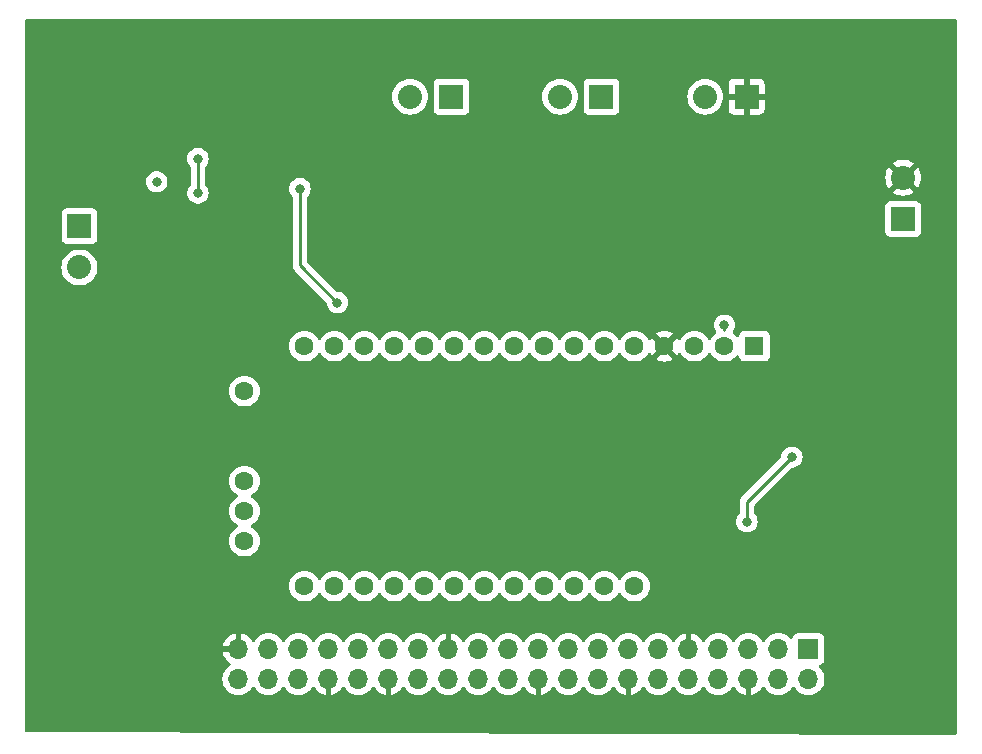
<source format=gbl>
%TF.GenerationSoftware,KiCad,Pcbnew,7.0.8*%
%TF.CreationDate,2024-03-08T20:35:52-08:00*%
%TF.ProjectId,solar_charger,736f6c61-725f-4636-9861-726765722e6b,rev?*%
%TF.SameCoordinates,Original*%
%TF.FileFunction,Copper,L4,Bot*%
%TF.FilePolarity,Positive*%
%FSLAX46Y46*%
G04 Gerber Fmt 4.6, Leading zero omitted, Abs format (unit mm)*
G04 Created by KiCad (PCBNEW 7.0.8) date 2024-03-08 20:35:52*
%MOMM*%
%LPD*%
G01*
G04 APERTURE LIST*
%TA.AperFunction,ComponentPad*%
%ADD10R,2.032000X2.032000*%
%TD*%
%TA.AperFunction,ComponentPad*%
%ADD11C,2.032000*%
%TD*%
%TA.AperFunction,ComponentPad*%
%ADD12R,1.600000X1.600000*%
%TD*%
%TA.AperFunction,ComponentPad*%
%ADD13C,1.600000*%
%TD*%
%TA.AperFunction,ComponentPad*%
%ADD14R,1.700000X1.700000*%
%TD*%
%TA.AperFunction,ComponentPad*%
%ADD15O,1.700000X1.700000*%
%TD*%
%TA.AperFunction,ViaPad*%
%ADD16C,0.800000*%
%TD*%
%TA.AperFunction,Conductor*%
%ADD17C,0.250000*%
%TD*%
G04 APERTURE END LIST*
D10*
X147828000Y-43140000D03*
D11*
X144328000Y-43140000D03*
D12*
X160782000Y-64262000D03*
D13*
X158242000Y-64262000D03*
X155702000Y-64262000D03*
X153162000Y-64262000D03*
X150622000Y-64262000D03*
X148082000Y-64262000D03*
X145542000Y-64262000D03*
X143002000Y-64262000D03*
X140462000Y-64262000D03*
X137922000Y-64262000D03*
X135382000Y-64262000D03*
X132842000Y-64262000D03*
X130302000Y-64262000D03*
X127762000Y-64262000D03*
X125222000Y-64262000D03*
X122682000Y-64262000D03*
X122682000Y-84582000D03*
X125222000Y-84582000D03*
X127762000Y-84582000D03*
X130302000Y-84582000D03*
X132842000Y-84582000D03*
X135382000Y-84582000D03*
X137922000Y-84582000D03*
X140462000Y-84582000D03*
X143002000Y-84582000D03*
X145542000Y-84582000D03*
X148082000Y-84582000D03*
X150622000Y-84582000D03*
X117602000Y-68072000D03*
X117602000Y-75692000D03*
X117602000Y-78232000D03*
X117602000Y-80772000D03*
D10*
X160117800Y-43140000D03*
D11*
X156617800Y-43140000D03*
D10*
X135128000Y-43140000D03*
D11*
X131628000Y-43140000D03*
D10*
X103632000Y-54102000D03*
D11*
X103632000Y-57602000D03*
D10*
X173382000Y-53489800D03*
D11*
X173382000Y-49989800D03*
D14*
X165354000Y-89916000D03*
D15*
X165354000Y-92456000D03*
X162814000Y-89916000D03*
X162814000Y-92456000D03*
X160274000Y-89916000D03*
X160274000Y-92456000D03*
X157734000Y-89916000D03*
X157734000Y-92456000D03*
X155194000Y-89916000D03*
X155194000Y-92456000D03*
X152654000Y-89916000D03*
X152654000Y-92456000D03*
X150114000Y-89916000D03*
X150114000Y-92456000D03*
X147574000Y-89916000D03*
X147574000Y-92456000D03*
X145034000Y-89916000D03*
X145034000Y-92456000D03*
X142494000Y-89916000D03*
X142494000Y-92456000D03*
X139954000Y-89916000D03*
X139954000Y-92456000D03*
X137414000Y-89916000D03*
X137414000Y-92456000D03*
X134874000Y-89916000D03*
X134874000Y-92456000D03*
X132334000Y-89916000D03*
X132334000Y-92456000D03*
X129794000Y-89916000D03*
X129794000Y-92456000D03*
X127254000Y-89916000D03*
X127254000Y-92456000D03*
X124714000Y-89916000D03*
X124714000Y-92456000D03*
X122174000Y-89916000D03*
X122174000Y-92456000D03*
X119634000Y-89916000D03*
X119634000Y-92456000D03*
X117094000Y-89916000D03*
X117094000Y-92456000D03*
D16*
X153162000Y-56642000D03*
X167132000Y-55626000D03*
X158242000Y-62484000D03*
X119380000Y-52451000D03*
X153162000Y-66421000D03*
X109820000Y-44220000D03*
X119380000Y-51054000D03*
X109230000Y-52400000D03*
X125476000Y-60579000D03*
X122301000Y-50927000D03*
X110176800Y-50351200D03*
X163957000Y-73660000D03*
X160147000Y-79121000D03*
X113665000Y-51308000D03*
X113665000Y-48387000D03*
D17*
X158242000Y-62484000D02*
X158242000Y-62865000D01*
X154305000Y-55151500D02*
X154525500Y-55151500D01*
X154525500Y-55151500D02*
X154686000Y-54991000D01*
X122301000Y-50927000D02*
X122301000Y-57404000D01*
X122301000Y-57404000D02*
X125476000Y-60579000D01*
X160147000Y-79121000D02*
X160147000Y-77470000D01*
X160147000Y-77470000D02*
X163957000Y-73660000D01*
X113665000Y-48387000D02*
X113665000Y-51308000D01*
%TA.AperFunction,Conductor*%
G36*
X177869539Y-36596185D02*
G01*
X177915294Y-36648989D01*
X177926500Y-36700500D01*
X177926500Y-97024100D01*
X177906815Y-97091139D01*
X177854011Y-97136894D01*
X177802125Y-97148099D01*
X99133125Y-96910428D01*
X99066146Y-96890541D01*
X99020551Y-96837599D01*
X99009500Y-96786429D01*
X99009500Y-92456000D01*
X115738341Y-92456000D01*
X115758936Y-92691403D01*
X115758938Y-92691413D01*
X115820094Y-92919655D01*
X115820096Y-92919659D01*
X115820097Y-92919663D01*
X115899801Y-93090588D01*
X115919965Y-93133830D01*
X115919967Y-93133834D01*
X116028281Y-93288521D01*
X116055505Y-93327401D01*
X116222599Y-93494495D01*
X116319384Y-93562265D01*
X116416165Y-93630032D01*
X116416167Y-93630033D01*
X116416170Y-93630035D01*
X116630337Y-93729903D01*
X116858592Y-93791063D01*
X117046918Y-93807539D01*
X117093999Y-93811659D01*
X117094000Y-93811659D01*
X117094001Y-93811659D01*
X117133234Y-93808226D01*
X117329408Y-93791063D01*
X117557663Y-93729903D01*
X117771830Y-93630035D01*
X117965401Y-93494495D01*
X118132495Y-93327401D01*
X118262425Y-93141842D01*
X118317002Y-93098217D01*
X118386500Y-93091023D01*
X118448855Y-93122546D01*
X118465575Y-93141842D01*
X118595500Y-93327395D01*
X118595505Y-93327401D01*
X118762599Y-93494495D01*
X118859384Y-93562265D01*
X118956165Y-93630032D01*
X118956167Y-93630033D01*
X118956170Y-93630035D01*
X119170337Y-93729903D01*
X119398592Y-93791063D01*
X119586918Y-93807539D01*
X119633999Y-93811659D01*
X119634000Y-93811659D01*
X119634001Y-93811659D01*
X119673234Y-93808226D01*
X119869408Y-93791063D01*
X120097663Y-93729903D01*
X120311830Y-93630035D01*
X120505401Y-93494495D01*
X120672495Y-93327401D01*
X120802425Y-93141842D01*
X120857002Y-93098217D01*
X120926500Y-93091023D01*
X120988855Y-93122546D01*
X121005575Y-93141842D01*
X121135500Y-93327395D01*
X121135505Y-93327401D01*
X121302599Y-93494495D01*
X121399384Y-93562265D01*
X121496165Y-93630032D01*
X121496167Y-93630033D01*
X121496170Y-93630035D01*
X121710337Y-93729903D01*
X121938592Y-93791063D01*
X122126918Y-93807539D01*
X122173999Y-93811659D01*
X122174000Y-93811659D01*
X122174001Y-93811659D01*
X122213234Y-93808226D01*
X122409408Y-93791063D01*
X122637663Y-93729903D01*
X122851830Y-93630035D01*
X123045401Y-93494495D01*
X123212495Y-93327401D01*
X123342730Y-93141405D01*
X123397307Y-93097781D01*
X123466805Y-93090587D01*
X123529160Y-93122110D01*
X123545879Y-93141405D01*
X123675890Y-93327078D01*
X123842917Y-93494105D01*
X124036421Y-93629600D01*
X124250507Y-93729429D01*
X124250516Y-93729433D01*
X124464000Y-93786634D01*
X124464000Y-92891501D01*
X124571685Y-92940680D01*
X124678237Y-92956000D01*
X124749763Y-92956000D01*
X124856315Y-92940680D01*
X124964000Y-92891501D01*
X124964000Y-93786633D01*
X125177483Y-93729433D01*
X125177492Y-93729429D01*
X125391578Y-93629600D01*
X125585082Y-93494105D01*
X125752105Y-93327082D01*
X125882119Y-93141405D01*
X125936696Y-93097781D01*
X126006195Y-93090588D01*
X126068549Y-93122110D01*
X126085269Y-93141405D01*
X126215505Y-93327401D01*
X126382599Y-93494495D01*
X126479384Y-93562265D01*
X126576165Y-93630032D01*
X126576167Y-93630033D01*
X126576170Y-93630035D01*
X126790337Y-93729903D01*
X127018592Y-93791063D01*
X127206918Y-93807539D01*
X127253999Y-93811659D01*
X127254000Y-93811659D01*
X127254001Y-93811659D01*
X127293234Y-93808226D01*
X127489408Y-93791063D01*
X127717663Y-93729903D01*
X127931830Y-93630035D01*
X128125401Y-93494495D01*
X128292495Y-93327401D01*
X128422730Y-93141405D01*
X128477307Y-93097781D01*
X128546805Y-93090587D01*
X128609160Y-93122110D01*
X128625879Y-93141405D01*
X128755890Y-93327078D01*
X128922917Y-93494105D01*
X129116421Y-93629600D01*
X129330507Y-93729429D01*
X129330516Y-93729433D01*
X129544000Y-93786634D01*
X129544000Y-92891501D01*
X129651685Y-92940680D01*
X129758237Y-92956000D01*
X129829763Y-92956000D01*
X129936315Y-92940680D01*
X130044000Y-92891501D01*
X130044000Y-93786633D01*
X130257483Y-93729433D01*
X130257492Y-93729429D01*
X130471578Y-93629600D01*
X130665082Y-93494105D01*
X130832105Y-93327082D01*
X130962119Y-93141405D01*
X131016696Y-93097781D01*
X131086195Y-93090588D01*
X131148549Y-93122110D01*
X131165269Y-93141405D01*
X131295505Y-93327401D01*
X131462599Y-93494495D01*
X131559384Y-93562265D01*
X131656165Y-93630032D01*
X131656167Y-93630033D01*
X131656170Y-93630035D01*
X131870337Y-93729903D01*
X132098592Y-93791063D01*
X132286918Y-93807539D01*
X132333999Y-93811659D01*
X132334000Y-93811659D01*
X132334001Y-93811659D01*
X132373234Y-93808226D01*
X132569408Y-93791063D01*
X132797663Y-93729903D01*
X133011830Y-93630035D01*
X133205401Y-93494495D01*
X133372495Y-93327401D01*
X133502425Y-93141842D01*
X133557002Y-93098217D01*
X133626500Y-93091023D01*
X133688855Y-93122546D01*
X133705575Y-93141842D01*
X133835500Y-93327395D01*
X133835505Y-93327401D01*
X134002599Y-93494495D01*
X134099384Y-93562265D01*
X134196165Y-93630032D01*
X134196167Y-93630033D01*
X134196170Y-93630035D01*
X134410337Y-93729903D01*
X134638592Y-93791063D01*
X134826918Y-93807539D01*
X134873999Y-93811659D01*
X134874000Y-93811659D01*
X134874001Y-93811659D01*
X134913234Y-93808226D01*
X135109408Y-93791063D01*
X135337663Y-93729903D01*
X135551830Y-93630035D01*
X135745401Y-93494495D01*
X135912495Y-93327401D01*
X136042425Y-93141842D01*
X136097002Y-93098217D01*
X136166500Y-93091023D01*
X136228855Y-93122546D01*
X136245575Y-93141842D01*
X136375500Y-93327395D01*
X136375505Y-93327401D01*
X136542599Y-93494495D01*
X136639384Y-93562265D01*
X136736165Y-93630032D01*
X136736167Y-93630033D01*
X136736170Y-93630035D01*
X136950337Y-93729903D01*
X137178592Y-93791063D01*
X137366918Y-93807539D01*
X137413999Y-93811659D01*
X137414000Y-93811659D01*
X137414001Y-93811659D01*
X137453234Y-93808226D01*
X137649408Y-93791063D01*
X137877663Y-93729903D01*
X138091830Y-93630035D01*
X138285401Y-93494495D01*
X138452495Y-93327401D01*
X138582425Y-93141842D01*
X138637002Y-93098217D01*
X138706500Y-93091023D01*
X138768855Y-93122546D01*
X138785575Y-93141842D01*
X138915500Y-93327395D01*
X138915505Y-93327401D01*
X139082599Y-93494495D01*
X139179384Y-93562265D01*
X139276165Y-93630032D01*
X139276167Y-93630033D01*
X139276170Y-93630035D01*
X139490337Y-93729903D01*
X139718592Y-93791063D01*
X139906918Y-93807539D01*
X139953999Y-93811659D01*
X139954000Y-93811659D01*
X139954001Y-93811659D01*
X139993234Y-93808226D01*
X140189408Y-93791063D01*
X140417663Y-93729903D01*
X140631830Y-93630035D01*
X140825401Y-93494495D01*
X140992495Y-93327401D01*
X141122730Y-93141405D01*
X141177307Y-93097781D01*
X141246805Y-93090587D01*
X141309160Y-93122110D01*
X141325879Y-93141405D01*
X141455890Y-93327078D01*
X141622917Y-93494105D01*
X141816421Y-93629600D01*
X142030507Y-93729429D01*
X142030516Y-93729433D01*
X142244000Y-93786634D01*
X142244000Y-92891501D01*
X142351685Y-92940680D01*
X142458237Y-92956000D01*
X142529763Y-92956000D01*
X142636315Y-92940680D01*
X142744000Y-92891501D01*
X142744000Y-93786633D01*
X142957483Y-93729433D01*
X142957492Y-93729429D01*
X143171578Y-93629600D01*
X143365082Y-93494105D01*
X143532105Y-93327082D01*
X143662119Y-93141405D01*
X143716696Y-93097781D01*
X143786195Y-93090588D01*
X143848549Y-93122110D01*
X143865269Y-93141405D01*
X143995505Y-93327401D01*
X144162599Y-93494495D01*
X144259384Y-93562265D01*
X144356165Y-93630032D01*
X144356167Y-93630033D01*
X144356170Y-93630035D01*
X144570337Y-93729903D01*
X144798592Y-93791063D01*
X144986918Y-93807539D01*
X145033999Y-93811659D01*
X145034000Y-93811659D01*
X145034001Y-93811659D01*
X145073234Y-93808226D01*
X145269408Y-93791063D01*
X145497663Y-93729903D01*
X145711830Y-93630035D01*
X145905401Y-93494495D01*
X146072495Y-93327401D01*
X146202425Y-93141842D01*
X146257002Y-93098217D01*
X146326500Y-93091023D01*
X146388855Y-93122546D01*
X146405575Y-93141842D01*
X146535500Y-93327395D01*
X146535505Y-93327401D01*
X146702599Y-93494495D01*
X146799384Y-93562265D01*
X146896165Y-93630032D01*
X146896167Y-93630033D01*
X146896170Y-93630035D01*
X147110337Y-93729903D01*
X147338592Y-93791063D01*
X147526918Y-93807539D01*
X147573999Y-93811659D01*
X147574000Y-93811659D01*
X147574001Y-93811659D01*
X147613234Y-93808226D01*
X147809408Y-93791063D01*
X148037663Y-93729903D01*
X148251830Y-93630035D01*
X148445401Y-93494495D01*
X148612495Y-93327401D01*
X148742730Y-93141405D01*
X148797307Y-93097781D01*
X148866805Y-93090587D01*
X148929160Y-93122110D01*
X148945879Y-93141405D01*
X149075890Y-93327078D01*
X149242917Y-93494105D01*
X149436421Y-93629600D01*
X149650507Y-93729429D01*
X149650516Y-93729433D01*
X149864000Y-93786634D01*
X149864000Y-92891501D01*
X149971685Y-92940680D01*
X150078237Y-92956000D01*
X150149763Y-92956000D01*
X150256315Y-92940680D01*
X150364000Y-92891501D01*
X150364000Y-93786633D01*
X150577483Y-93729433D01*
X150577492Y-93729429D01*
X150791578Y-93629600D01*
X150985082Y-93494105D01*
X151152105Y-93327082D01*
X151282119Y-93141405D01*
X151336696Y-93097781D01*
X151406195Y-93090588D01*
X151468549Y-93122110D01*
X151485269Y-93141405D01*
X151615505Y-93327401D01*
X151782599Y-93494495D01*
X151879384Y-93562265D01*
X151976165Y-93630032D01*
X151976167Y-93630033D01*
X151976170Y-93630035D01*
X152190337Y-93729903D01*
X152418592Y-93791063D01*
X152606918Y-93807539D01*
X152653999Y-93811659D01*
X152654000Y-93811659D01*
X152654001Y-93811659D01*
X152693234Y-93808226D01*
X152889408Y-93791063D01*
X153117663Y-93729903D01*
X153331830Y-93630035D01*
X153525401Y-93494495D01*
X153692495Y-93327401D01*
X153822425Y-93141842D01*
X153877002Y-93098217D01*
X153946500Y-93091023D01*
X154008855Y-93122546D01*
X154025575Y-93141842D01*
X154155500Y-93327395D01*
X154155505Y-93327401D01*
X154322599Y-93494495D01*
X154419384Y-93562265D01*
X154516165Y-93630032D01*
X154516167Y-93630033D01*
X154516170Y-93630035D01*
X154730337Y-93729903D01*
X154958592Y-93791063D01*
X155146918Y-93807539D01*
X155193999Y-93811659D01*
X155194000Y-93811659D01*
X155194001Y-93811659D01*
X155233234Y-93808226D01*
X155429408Y-93791063D01*
X155657663Y-93729903D01*
X155871830Y-93630035D01*
X156065401Y-93494495D01*
X156232495Y-93327401D01*
X156362425Y-93141842D01*
X156417002Y-93098217D01*
X156486500Y-93091023D01*
X156548855Y-93122546D01*
X156565575Y-93141842D01*
X156695500Y-93327395D01*
X156695505Y-93327401D01*
X156862599Y-93494495D01*
X156959384Y-93562265D01*
X157056165Y-93630032D01*
X157056167Y-93630033D01*
X157056170Y-93630035D01*
X157270337Y-93729903D01*
X157498592Y-93791063D01*
X157686918Y-93807539D01*
X157733999Y-93811659D01*
X157734000Y-93811659D01*
X157734001Y-93811659D01*
X157773234Y-93808226D01*
X157969408Y-93791063D01*
X158197663Y-93729903D01*
X158411830Y-93630035D01*
X158605401Y-93494495D01*
X158772495Y-93327401D01*
X158902730Y-93141405D01*
X158957307Y-93097781D01*
X159026805Y-93090587D01*
X159089160Y-93122110D01*
X159105879Y-93141405D01*
X159235890Y-93327078D01*
X159402917Y-93494105D01*
X159596421Y-93629600D01*
X159810507Y-93729429D01*
X159810516Y-93729433D01*
X160024000Y-93786634D01*
X160024000Y-92891501D01*
X160131685Y-92940680D01*
X160238237Y-92956000D01*
X160309763Y-92956000D01*
X160416315Y-92940680D01*
X160524000Y-92891501D01*
X160524000Y-93786634D01*
X160737483Y-93729433D01*
X160737492Y-93729429D01*
X160951578Y-93629600D01*
X161145082Y-93494105D01*
X161312105Y-93327082D01*
X161442119Y-93141405D01*
X161496696Y-93097781D01*
X161566195Y-93090588D01*
X161628549Y-93122110D01*
X161645269Y-93141405D01*
X161775505Y-93327401D01*
X161942599Y-93494495D01*
X162039384Y-93562265D01*
X162136165Y-93630032D01*
X162136167Y-93630033D01*
X162136170Y-93630035D01*
X162350337Y-93729903D01*
X162578592Y-93791063D01*
X162766918Y-93807539D01*
X162813999Y-93811659D01*
X162814000Y-93811659D01*
X162814001Y-93811659D01*
X162853234Y-93808226D01*
X163049408Y-93791063D01*
X163277663Y-93729903D01*
X163491830Y-93630035D01*
X163685401Y-93494495D01*
X163852495Y-93327401D01*
X163982425Y-93141842D01*
X164037002Y-93098217D01*
X164106500Y-93091023D01*
X164168855Y-93122546D01*
X164185575Y-93141842D01*
X164315500Y-93327395D01*
X164315505Y-93327401D01*
X164482599Y-93494495D01*
X164579384Y-93562265D01*
X164676165Y-93630032D01*
X164676167Y-93630033D01*
X164676170Y-93630035D01*
X164890337Y-93729903D01*
X165118592Y-93791063D01*
X165306918Y-93807539D01*
X165353999Y-93811659D01*
X165354000Y-93811659D01*
X165354001Y-93811659D01*
X165393234Y-93808226D01*
X165589408Y-93791063D01*
X165817663Y-93729903D01*
X166031830Y-93630035D01*
X166225401Y-93494495D01*
X166392495Y-93327401D01*
X166528035Y-93133830D01*
X166627903Y-92919663D01*
X166689063Y-92691408D01*
X166709659Y-92456000D01*
X166689063Y-92220592D01*
X166627903Y-91992337D01*
X166528035Y-91778171D01*
X166522730Y-91770595D01*
X166392496Y-91584600D01*
X166392490Y-91584594D01*
X166270567Y-91462671D01*
X166237084Y-91401351D01*
X166242068Y-91331659D01*
X166283939Y-91275725D01*
X166314915Y-91258810D01*
X166446331Y-91209796D01*
X166561546Y-91123546D01*
X166647796Y-91008331D01*
X166698091Y-90873483D01*
X166704500Y-90813873D01*
X166704499Y-89018128D01*
X166698091Y-88958517D01*
X166696810Y-88955083D01*
X166647797Y-88823671D01*
X166647793Y-88823664D01*
X166561547Y-88708455D01*
X166561544Y-88708452D01*
X166446335Y-88622206D01*
X166446328Y-88622202D01*
X166311482Y-88571908D01*
X166311483Y-88571908D01*
X166251883Y-88565501D01*
X166251881Y-88565500D01*
X166251873Y-88565500D01*
X166251864Y-88565500D01*
X164456129Y-88565500D01*
X164456123Y-88565501D01*
X164396516Y-88571908D01*
X164261671Y-88622202D01*
X164261664Y-88622206D01*
X164146455Y-88708452D01*
X164146452Y-88708455D01*
X164060206Y-88823664D01*
X164060203Y-88823669D01*
X164011189Y-88955083D01*
X163969317Y-89011016D01*
X163903853Y-89035433D01*
X163835580Y-89020581D01*
X163807326Y-88999430D01*
X163685402Y-88877506D01*
X163685395Y-88877501D01*
X163491834Y-88741967D01*
X163491830Y-88741965D01*
X163491828Y-88741964D01*
X163277663Y-88642097D01*
X163277659Y-88642096D01*
X163277655Y-88642094D01*
X163049413Y-88580938D01*
X163049403Y-88580936D01*
X162814001Y-88560341D01*
X162813999Y-88560341D01*
X162578596Y-88580936D01*
X162578586Y-88580938D01*
X162350344Y-88642094D01*
X162350335Y-88642098D01*
X162136171Y-88741964D01*
X162136169Y-88741965D01*
X161942597Y-88877505D01*
X161775505Y-89044597D01*
X161645575Y-89230158D01*
X161590998Y-89273783D01*
X161521500Y-89280977D01*
X161459145Y-89249454D01*
X161442425Y-89230158D01*
X161312494Y-89044597D01*
X161145402Y-88877506D01*
X161145395Y-88877501D01*
X160951834Y-88741967D01*
X160951830Y-88741965D01*
X160951828Y-88741964D01*
X160737663Y-88642097D01*
X160737659Y-88642096D01*
X160737655Y-88642094D01*
X160509413Y-88580938D01*
X160509403Y-88580936D01*
X160274001Y-88560341D01*
X160273999Y-88560341D01*
X160038596Y-88580936D01*
X160038586Y-88580938D01*
X159810344Y-88642094D01*
X159810335Y-88642098D01*
X159596171Y-88741964D01*
X159596169Y-88741965D01*
X159402597Y-88877505D01*
X159235505Y-89044597D01*
X159105575Y-89230158D01*
X159050998Y-89273783D01*
X158981500Y-89280977D01*
X158919145Y-89249454D01*
X158902425Y-89230158D01*
X158772494Y-89044597D01*
X158605402Y-88877506D01*
X158605395Y-88877501D01*
X158411834Y-88741967D01*
X158411830Y-88741965D01*
X158411828Y-88741964D01*
X158197663Y-88642097D01*
X158197659Y-88642096D01*
X158197655Y-88642094D01*
X157969413Y-88580938D01*
X157969403Y-88580936D01*
X157734001Y-88560341D01*
X157733999Y-88560341D01*
X157498596Y-88580936D01*
X157498586Y-88580938D01*
X157270344Y-88642094D01*
X157270335Y-88642098D01*
X157056171Y-88741964D01*
X157056169Y-88741965D01*
X156862597Y-88877505D01*
X156695508Y-89044594D01*
X156565269Y-89230595D01*
X156510692Y-89274219D01*
X156441193Y-89281412D01*
X156378839Y-89249890D01*
X156362119Y-89230594D01*
X156232113Y-89044926D01*
X156232108Y-89044920D01*
X156065082Y-88877894D01*
X155871578Y-88742399D01*
X155657492Y-88642570D01*
X155657486Y-88642567D01*
X155444000Y-88585364D01*
X155444000Y-89480498D01*
X155336315Y-89431320D01*
X155229763Y-89416000D01*
X155158237Y-89416000D01*
X155051685Y-89431320D01*
X154944000Y-89480498D01*
X154944000Y-88585364D01*
X154943999Y-88585364D01*
X154730513Y-88642567D01*
X154730507Y-88642570D01*
X154516422Y-88742399D01*
X154516420Y-88742400D01*
X154322926Y-88877886D01*
X154322920Y-88877891D01*
X154155891Y-89044920D01*
X154155890Y-89044922D01*
X154025880Y-89230595D01*
X153971303Y-89274219D01*
X153901804Y-89281412D01*
X153839450Y-89249890D01*
X153822730Y-89230594D01*
X153692494Y-89044597D01*
X153525402Y-88877506D01*
X153525395Y-88877501D01*
X153331834Y-88741967D01*
X153331830Y-88741965D01*
X153331828Y-88741964D01*
X153117663Y-88642097D01*
X153117659Y-88642096D01*
X153117655Y-88642094D01*
X152889413Y-88580938D01*
X152889403Y-88580936D01*
X152654001Y-88560341D01*
X152653999Y-88560341D01*
X152418596Y-88580936D01*
X152418586Y-88580938D01*
X152190344Y-88642094D01*
X152190335Y-88642098D01*
X151976171Y-88741964D01*
X151976169Y-88741965D01*
X151782597Y-88877505D01*
X151615505Y-89044597D01*
X151485575Y-89230158D01*
X151430998Y-89273783D01*
X151361500Y-89280977D01*
X151299145Y-89249454D01*
X151282425Y-89230158D01*
X151152494Y-89044597D01*
X150985402Y-88877506D01*
X150985395Y-88877501D01*
X150791834Y-88741967D01*
X150791830Y-88741965D01*
X150791828Y-88741964D01*
X150577663Y-88642097D01*
X150577659Y-88642096D01*
X150577655Y-88642094D01*
X150349413Y-88580938D01*
X150349403Y-88580936D01*
X150114001Y-88560341D01*
X150113999Y-88560341D01*
X149878596Y-88580936D01*
X149878586Y-88580938D01*
X149650344Y-88642094D01*
X149650335Y-88642098D01*
X149436171Y-88741964D01*
X149436169Y-88741965D01*
X149242597Y-88877505D01*
X149075505Y-89044597D01*
X148945575Y-89230158D01*
X148890998Y-89273783D01*
X148821500Y-89280977D01*
X148759145Y-89249454D01*
X148742425Y-89230158D01*
X148612494Y-89044597D01*
X148445402Y-88877506D01*
X148445395Y-88877501D01*
X148251834Y-88741967D01*
X148251830Y-88741965D01*
X148251828Y-88741964D01*
X148037663Y-88642097D01*
X148037659Y-88642096D01*
X148037655Y-88642094D01*
X147809413Y-88580938D01*
X147809403Y-88580936D01*
X147574001Y-88560341D01*
X147573999Y-88560341D01*
X147338596Y-88580936D01*
X147338586Y-88580938D01*
X147110344Y-88642094D01*
X147110335Y-88642098D01*
X146896171Y-88741964D01*
X146896169Y-88741965D01*
X146702597Y-88877505D01*
X146535505Y-89044597D01*
X146405575Y-89230158D01*
X146350998Y-89273783D01*
X146281500Y-89280977D01*
X146219145Y-89249454D01*
X146202425Y-89230158D01*
X146072494Y-89044597D01*
X145905402Y-88877506D01*
X145905395Y-88877501D01*
X145711834Y-88741967D01*
X145711830Y-88741965D01*
X145711828Y-88741964D01*
X145497663Y-88642097D01*
X145497659Y-88642096D01*
X145497655Y-88642094D01*
X145269413Y-88580938D01*
X145269403Y-88580936D01*
X145034001Y-88560341D01*
X145033999Y-88560341D01*
X144798596Y-88580936D01*
X144798586Y-88580938D01*
X144570344Y-88642094D01*
X144570335Y-88642098D01*
X144356171Y-88741964D01*
X144356169Y-88741965D01*
X144162597Y-88877505D01*
X143995505Y-89044597D01*
X143865575Y-89230158D01*
X143810998Y-89273783D01*
X143741500Y-89280977D01*
X143679145Y-89249454D01*
X143662425Y-89230158D01*
X143532494Y-89044597D01*
X143365402Y-88877506D01*
X143365395Y-88877501D01*
X143171834Y-88741967D01*
X143171830Y-88741965D01*
X143171828Y-88741964D01*
X142957663Y-88642097D01*
X142957659Y-88642096D01*
X142957655Y-88642094D01*
X142729413Y-88580938D01*
X142729403Y-88580936D01*
X142494001Y-88560341D01*
X142493999Y-88560341D01*
X142258596Y-88580936D01*
X142258586Y-88580938D01*
X142030344Y-88642094D01*
X142030335Y-88642098D01*
X141816171Y-88741964D01*
X141816169Y-88741965D01*
X141622597Y-88877505D01*
X141455505Y-89044597D01*
X141325575Y-89230158D01*
X141270998Y-89273783D01*
X141201500Y-89280977D01*
X141139145Y-89249454D01*
X141122425Y-89230158D01*
X140992494Y-89044597D01*
X140825402Y-88877506D01*
X140825395Y-88877501D01*
X140631834Y-88741967D01*
X140631830Y-88741965D01*
X140631828Y-88741964D01*
X140417663Y-88642097D01*
X140417659Y-88642096D01*
X140417655Y-88642094D01*
X140189413Y-88580938D01*
X140189403Y-88580936D01*
X139954001Y-88560341D01*
X139953999Y-88560341D01*
X139718596Y-88580936D01*
X139718586Y-88580938D01*
X139490344Y-88642094D01*
X139490335Y-88642098D01*
X139276171Y-88741964D01*
X139276169Y-88741965D01*
X139082597Y-88877505D01*
X138915505Y-89044597D01*
X138785575Y-89230158D01*
X138730998Y-89273783D01*
X138661500Y-89280977D01*
X138599145Y-89249454D01*
X138582425Y-89230158D01*
X138452494Y-89044597D01*
X138285402Y-88877506D01*
X138285395Y-88877501D01*
X138091834Y-88741967D01*
X138091830Y-88741965D01*
X138091828Y-88741964D01*
X137877663Y-88642097D01*
X137877659Y-88642096D01*
X137877655Y-88642094D01*
X137649413Y-88580938D01*
X137649403Y-88580936D01*
X137414001Y-88560341D01*
X137413999Y-88560341D01*
X137178596Y-88580936D01*
X137178586Y-88580938D01*
X136950344Y-88642094D01*
X136950335Y-88642098D01*
X136736171Y-88741964D01*
X136736169Y-88741965D01*
X136542597Y-88877505D01*
X136375508Y-89044594D01*
X136245269Y-89230595D01*
X136190692Y-89274219D01*
X136121193Y-89281412D01*
X136058839Y-89249890D01*
X136042119Y-89230594D01*
X135912113Y-89044926D01*
X135912108Y-89044920D01*
X135745082Y-88877894D01*
X135551578Y-88742399D01*
X135337492Y-88642570D01*
X135337486Y-88642567D01*
X135124000Y-88585364D01*
X135124000Y-89480498D01*
X135016315Y-89431320D01*
X134909763Y-89416000D01*
X134838237Y-89416000D01*
X134731685Y-89431320D01*
X134624000Y-89480498D01*
X134624000Y-88585364D01*
X134623999Y-88585364D01*
X134410513Y-88642567D01*
X134410507Y-88642570D01*
X134196422Y-88742399D01*
X134196420Y-88742400D01*
X134002926Y-88877886D01*
X134002920Y-88877891D01*
X133835891Y-89044920D01*
X133835890Y-89044922D01*
X133705880Y-89230595D01*
X133651303Y-89274219D01*
X133581804Y-89281412D01*
X133519450Y-89249890D01*
X133502730Y-89230594D01*
X133372494Y-89044597D01*
X133205402Y-88877506D01*
X133205395Y-88877501D01*
X133011834Y-88741967D01*
X133011830Y-88741965D01*
X133011828Y-88741964D01*
X132797663Y-88642097D01*
X132797659Y-88642096D01*
X132797655Y-88642094D01*
X132569413Y-88580938D01*
X132569403Y-88580936D01*
X132334001Y-88560341D01*
X132333999Y-88560341D01*
X132098596Y-88580936D01*
X132098586Y-88580938D01*
X131870344Y-88642094D01*
X131870335Y-88642098D01*
X131656171Y-88741964D01*
X131656169Y-88741965D01*
X131462597Y-88877505D01*
X131295505Y-89044597D01*
X131165575Y-89230158D01*
X131110998Y-89273783D01*
X131041500Y-89280977D01*
X130979145Y-89249454D01*
X130962425Y-89230158D01*
X130832494Y-89044597D01*
X130665402Y-88877506D01*
X130665395Y-88877501D01*
X130471834Y-88741967D01*
X130471830Y-88741965D01*
X130471828Y-88741964D01*
X130257663Y-88642097D01*
X130257659Y-88642096D01*
X130257655Y-88642094D01*
X130029413Y-88580938D01*
X130029403Y-88580936D01*
X129794001Y-88560341D01*
X129793999Y-88560341D01*
X129558596Y-88580936D01*
X129558586Y-88580938D01*
X129330344Y-88642094D01*
X129330335Y-88642098D01*
X129116171Y-88741964D01*
X129116169Y-88741965D01*
X128922597Y-88877505D01*
X128755505Y-89044597D01*
X128625575Y-89230158D01*
X128570998Y-89273783D01*
X128501500Y-89280977D01*
X128439145Y-89249454D01*
X128422425Y-89230158D01*
X128292494Y-89044597D01*
X128125402Y-88877506D01*
X128125395Y-88877501D01*
X127931834Y-88741967D01*
X127931830Y-88741965D01*
X127931828Y-88741964D01*
X127717663Y-88642097D01*
X127717659Y-88642096D01*
X127717655Y-88642094D01*
X127489413Y-88580938D01*
X127489403Y-88580936D01*
X127254001Y-88560341D01*
X127253999Y-88560341D01*
X127018596Y-88580936D01*
X127018586Y-88580938D01*
X126790344Y-88642094D01*
X126790335Y-88642098D01*
X126576171Y-88741964D01*
X126576169Y-88741965D01*
X126382597Y-88877505D01*
X126215505Y-89044597D01*
X126085575Y-89230158D01*
X126030998Y-89273783D01*
X125961500Y-89280977D01*
X125899145Y-89249454D01*
X125882425Y-89230158D01*
X125752494Y-89044597D01*
X125585402Y-88877506D01*
X125585395Y-88877501D01*
X125391834Y-88741967D01*
X125391830Y-88741965D01*
X125391828Y-88741964D01*
X125177663Y-88642097D01*
X125177659Y-88642096D01*
X125177655Y-88642094D01*
X124949413Y-88580938D01*
X124949403Y-88580936D01*
X124714001Y-88560341D01*
X124713999Y-88560341D01*
X124478596Y-88580936D01*
X124478586Y-88580938D01*
X124250344Y-88642094D01*
X124250335Y-88642098D01*
X124036171Y-88741964D01*
X124036169Y-88741965D01*
X123842597Y-88877505D01*
X123675505Y-89044597D01*
X123545575Y-89230158D01*
X123490998Y-89273783D01*
X123421500Y-89280977D01*
X123359145Y-89249454D01*
X123342425Y-89230158D01*
X123212494Y-89044597D01*
X123045402Y-88877506D01*
X123045395Y-88877501D01*
X122851834Y-88741967D01*
X122851830Y-88741965D01*
X122851828Y-88741964D01*
X122637663Y-88642097D01*
X122637659Y-88642096D01*
X122637655Y-88642094D01*
X122409413Y-88580938D01*
X122409403Y-88580936D01*
X122174001Y-88560341D01*
X122173999Y-88560341D01*
X121938596Y-88580936D01*
X121938586Y-88580938D01*
X121710344Y-88642094D01*
X121710335Y-88642098D01*
X121496171Y-88741964D01*
X121496169Y-88741965D01*
X121302597Y-88877505D01*
X121135505Y-89044597D01*
X121005575Y-89230158D01*
X120950998Y-89273783D01*
X120881500Y-89280977D01*
X120819145Y-89249454D01*
X120802425Y-89230158D01*
X120672494Y-89044597D01*
X120505402Y-88877506D01*
X120505395Y-88877501D01*
X120311834Y-88741967D01*
X120311830Y-88741965D01*
X120311828Y-88741964D01*
X120097663Y-88642097D01*
X120097659Y-88642096D01*
X120097655Y-88642094D01*
X119869413Y-88580938D01*
X119869403Y-88580936D01*
X119634001Y-88560341D01*
X119633999Y-88560341D01*
X119398596Y-88580936D01*
X119398586Y-88580938D01*
X119170344Y-88642094D01*
X119170335Y-88642098D01*
X118956171Y-88741964D01*
X118956169Y-88741965D01*
X118762597Y-88877505D01*
X118595508Y-89044594D01*
X118465269Y-89230595D01*
X118410692Y-89274219D01*
X118341193Y-89281412D01*
X118278839Y-89249890D01*
X118262119Y-89230594D01*
X118132113Y-89044926D01*
X118132108Y-89044920D01*
X117965082Y-88877894D01*
X117771578Y-88742399D01*
X117557492Y-88642570D01*
X117557486Y-88642567D01*
X117344000Y-88585364D01*
X117344000Y-89480498D01*
X117236315Y-89431320D01*
X117129763Y-89416000D01*
X117058237Y-89416000D01*
X116951685Y-89431320D01*
X116844000Y-89480498D01*
X116844000Y-88585364D01*
X116843999Y-88585364D01*
X116630513Y-88642567D01*
X116630507Y-88642570D01*
X116416422Y-88742399D01*
X116416420Y-88742400D01*
X116222926Y-88877886D01*
X116222920Y-88877891D01*
X116055891Y-89044920D01*
X116055886Y-89044926D01*
X115920400Y-89238420D01*
X115920399Y-89238422D01*
X115820570Y-89452507D01*
X115820567Y-89452513D01*
X115763364Y-89665999D01*
X115763364Y-89666000D01*
X116660314Y-89666000D01*
X116634507Y-89706156D01*
X116594000Y-89844111D01*
X116594000Y-89987889D01*
X116634507Y-90125844D01*
X116660314Y-90166000D01*
X115763364Y-90166000D01*
X115820567Y-90379486D01*
X115820570Y-90379492D01*
X115920399Y-90593578D01*
X116055894Y-90787082D01*
X116222917Y-90954105D01*
X116408595Y-91084119D01*
X116452219Y-91138696D01*
X116459412Y-91208195D01*
X116427890Y-91270549D01*
X116408595Y-91287269D01*
X116222594Y-91417508D01*
X116055505Y-91584597D01*
X115919965Y-91778169D01*
X115919964Y-91778171D01*
X115820098Y-91992335D01*
X115820094Y-91992344D01*
X115758938Y-92220586D01*
X115758936Y-92220596D01*
X115738341Y-92455999D01*
X115738341Y-92456000D01*
X99009500Y-92456000D01*
X99009500Y-84582001D01*
X121376532Y-84582001D01*
X121396364Y-84808686D01*
X121396366Y-84808697D01*
X121455258Y-85028488D01*
X121455261Y-85028497D01*
X121551431Y-85234732D01*
X121551432Y-85234734D01*
X121681954Y-85421141D01*
X121842858Y-85582045D01*
X121842861Y-85582047D01*
X122029266Y-85712568D01*
X122235504Y-85808739D01*
X122455308Y-85867635D01*
X122617230Y-85881801D01*
X122681998Y-85887468D01*
X122682000Y-85887468D01*
X122682002Y-85887468D01*
X122738673Y-85882509D01*
X122908692Y-85867635D01*
X123128496Y-85808739D01*
X123334734Y-85712568D01*
X123521139Y-85582047D01*
X123682047Y-85421139D01*
X123812568Y-85234734D01*
X123839618Y-85176724D01*
X123885790Y-85124285D01*
X123952983Y-85105133D01*
X124019865Y-85125348D01*
X124064382Y-85176725D01*
X124091429Y-85234728D01*
X124091432Y-85234734D01*
X124221954Y-85421141D01*
X124382858Y-85582045D01*
X124382861Y-85582047D01*
X124569266Y-85712568D01*
X124775504Y-85808739D01*
X124995308Y-85867635D01*
X125157230Y-85881801D01*
X125221998Y-85887468D01*
X125222000Y-85887468D01*
X125222002Y-85887468D01*
X125278673Y-85882509D01*
X125448692Y-85867635D01*
X125668496Y-85808739D01*
X125874734Y-85712568D01*
X126061139Y-85582047D01*
X126222047Y-85421139D01*
X126352568Y-85234734D01*
X126379618Y-85176724D01*
X126425790Y-85124285D01*
X126492983Y-85105133D01*
X126559865Y-85125348D01*
X126604382Y-85176725D01*
X126631429Y-85234728D01*
X126631432Y-85234734D01*
X126761954Y-85421141D01*
X126922858Y-85582045D01*
X126922861Y-85582047D01*
X127109266Y-85712568D01*
X127315504Y-85808739D01*
X127535308Y-85867635D01*
X127697230Y-85881801D01*
X127761998Y-85887468D01*
X127762000Y-85887468D01*
X127762002Y-85887468D01*
X127818673Y-85882509D01*
X127988692Y-85867635D01*
X128208496Y-85808739D01*
X128414734Y-85712568D01*
X128601139Y-85582047D01*
X128762047Y-85421139D01*
X128892568Y-85234734D01*
X128919618Y-85176724D01*
X128965790Y-85124285D01*
X129032983Y-85105133D01*
X129099865Y-85125348D01*
X129144382Y-85176725D01*
X129171429Y-85234728D01*
X129171432Y-85234734D01*
X129301954Y-85421141D01*
X129462858Y-85582045D01*
X129462861Y-85582047D01*
X129649266Y-85712568D01*
X129855504Y-85808739D01*
X130075308Y-85867635D01*
X130237230Y-85881801D01*
X130301998Y-85887468D01*
X130302000Y-85887468D01*
X130302002Y-85887468D01*
X130358673Y-85882509D01*
X130528692Y-85867635D01*
X130748496Y-85808739D01*
X130954734Y-85712568D01*
X131141139Y-85582047D01*
X131302047Y-85421139D01*
X131432568Y-85234734D01*
X131459618Y-85176724D01*
X131505790Y-85124285D01*
X131572983Y-85105133D01*
X131639865Y-85125348D01*
X131684382Y-85176725D01*
X131711429Y-85234728D01*
X131711432Y-85234734D01*
X131841954Y-85421141D01*
X132002858Y-85582045D01*
X132002861Y-85582047D01*
X132189266Y-85712568D01*
X132395504Y-85808739D01*
X132615308Y-85867635D01*
X132777230Y-85881801D01*
X132841998Y-85887468D01*
X132842000Y-85887468D01*
X132842002Y-85887468D01*
X132898673Y-85882509D01*
X133068692Y-85867635D01*
X133288496Y-85808739D01*
X133494734Y-85712568D01*
X133681139Y-85582047D01*
X133842047Y-85421139D01*
X133972568Y-85234734D01*
X133999618Y-85176724D01*
X134045790Y-85124285D01*
X134112983Y-85105133D01*
X134179865Y-85125348D01*
X134224382Y-85176725D01*
X134251429Y-85234728D01*
X134251432Y-85234734D01*
X134381954Y-85421141D01*
X134542858Y-85582045D01*
X134542861Y-85582047D01*
X134729266Y-85712568D01*
X134935504Y-85808739D01*
X135155308Y-85867635D01*
X135317230Y-85881801D01*
X135381998Y-85887468D01*
X135382000Y-85887468D01*
X135382002Y-85887468D01*
X135438673Y-85882509D01*
X135608692Y-85867635D01*
X135828496Y-85808739D01*
X136034734Y-85712568D01*
X136221139Y-85582047D01*
X136382047Y-85421139D01*
X136512568Y-85234734D01*
X136539618Y-85176724D01*
X136585790Y-85124285D01*
X136652983Y-85105133D01*
X136719865Y-85125348D01*
X136764382Y-85176725D01*
X136791429Y-85234728D01*
X136791432Y-85234734D01*
X136921954Y-85421141D01*
X137082858Y-85582045D01*
X137082861Y-85582047D01*
X137269266Y-85712568D01*
X137475504Y-85808739D01*
X137695308Y-85867635D01*
X137857230Y-85881801D01*
X137921998Y-85887468D01*
X137922000Y-85887468D01*
X137922002Y-85887468D01*
X137978673Y-85882509D01*
X138148692Y-85867635D01*
X138368496Y-85808739D01*
X138574734Y-85712568D01*
X138761139Y-85582047D01*
X138922047Y-85421139D01*
X139052568Y-85234734D01*
X139079618Y-85176724D01*
X139125790Y-85124285D01*
X139192983Y-85105133D01*
X139259865Y-85125348D01*
X139304382Y-85176725D01*
X139331429Y-85234728D01*
X139331432Y-85234734D01*
X139461954Y-85421141D01*
X139622858Y-85582045D01*
X139622861Y-85582047D01*
X139809266Y-85712568D01*
X140015504Y-85808739D01*
X140235308Y-85867635D01*
X140397230Y-85881801D01*
X140461998Y-85887468D01*
X140462000Y-85887468D01*
X140462002Y-85887468D01*
X140518673Y-85882509D01*
X140688692Y-85867635D01*
X140908496Y-85808739D01*
X141114734Y-85712568D01*
X141301139Y-85582047D01*
X141462047Y-85421139D01*
X141592568Y-85234734D01*
X141619618Y-85176724D01*
X141665790Y-85124285D01*
X141732983Y-85105133D01*
X141799865Y-85125348D01*
X141844382Y-85176725D01*
X141871429Y-85234728D01*
X141871432Y-85234734D01*
X142001954Y-85421141D01*
X142162858Y-85582045D01*
X142162861Y-85582047D01*
X142349266Y-85712568D01*
X142555504Y-85808739D01*
X142775308Y-85867635D01*
X142937230Y-85881801D01*
X143001998Y-85887468D01*
X143002000Y-85887468D01*
X143002002Y-85887468D01*
X143058673Y-85882509D01*
X143228692Y-85867635D01*
X143448496Y-85808739D01*
X143654734Y-85712568D01*
X143841139Y-85582047D01*
X144002047Y-85421139D01*
X144132568Y-85234734D01*
X144159618Y-85176724D01*
X144205790Y-85124285D01*
X144272983Y-85105133D01*
X144339865Y-85125348D01*
X144384382Y-85176725D01*
X144411429Y-85234728D01*
X144411432Y-85234734D01*
X144541954Y-85421141D01*
X144702858Y-85582045D01*
X144702861Y-85582047D01*
X144889266Y-85712568D01*
X145095504Y-85808739D01*
X145315308Y-85867635D01*
X145477230Y-85881801D01*
X145541998Y-85887468D01*
X145542000Y-85887468D01*
X145542002Y-85887468D01*
X145598673Y-85882509D01*
X145768692Y-85867635D01*
X145988496Y-85808739D01*
X146194734Y-85712568D01*
X146381139Y-85582047D01*
X146542047Y-85421139D01*
X146672568Y-85234734D01*
X146699618Y-85176724D01*
X146745790Y-85124285D01*
X146812983Y-85105133D01*
X146879865Y-85125348D01*
X146924382Y-85176725D01*
X146951429Y-85234728D01*
X146951432Y-85234734D01*
X147081954Y-85421141D01*
X147242858Y-85582045D01*
X147242861Y-85582047D01*
X147429266Y-85712568D01*
X147635504Y-85808739D01*
X147855308Y-85867635D01*
X148017230Y-85881801D01*
X148081998Y-85887468D01*
X148082000Y-85887468D01*
X148082002Y-85887468D01*
X148138673Y-85882509D01*
X148308692Y-85867635D01*
X148528496Y-85808739D01*
X148734734Y-85712568D01*
X148921139Y-85582047D01*
X149082047Y-85421139D01*
X149212568Y-85234734D01*
X149239618Y-85176724D01*
X149285790Y-85124285D01*
X149352983Y-85105133D01*
X149419865Y-85125348D01*
X149464382Y-85176725D01*
X149491429Y-85234728D01*
X149491432Y-85234734D01*
X149621954Y-85421141D01*
X149782858Y-85582045D01*
X149782861Y-85582047D01*
X149969266Y-85712568D01*
X150175504Y-85808739D01*
X150395308Y-85867635D01*
X150557230Y-85881801D01*
X150621998Y-85887468D01*
X150622000Y-85887468D01*
X150622002Y-85887468D01*
X150678673Y-85882509D01*
X150848692Y-85867635D01*
X151068496Y-85808739D01*
X151274734Y-85712568D01*
X151461139Y-85582047D01*
X151622047Y-85421139D01*
X151752568Y-85234734D01*
X151848739Y-85028496D01*
X151907635Y-84808692D01*
X151927468Y-84582000D01*
X151907635Y-84355308D01*
X151848739Y-84135504D01*
X151752568Y-83929266D01*
X151622047Y-83742861D01*
X151622045Y-83742858D01*
X151461141Y-83581954D01*
X151274734Y-83451432D01*
X151274732Y-83451431D01*
X151068497Y-83355261D01*
X151068488Y-83355258D01*
X150848697Y-83296366D01*
X150848693Y-83296365D01*
X150848692Y-83296365D01*
X150848691Y-83296364D01*
X150848686Y-83296364D01*
X150622002Y-83276532D01*
X150621998Y-83276532D01*
X150395313Y-83296364D01*
X150395302Y-83296366D01*
X150175511Y-83355258D01*
X150175502Y-83355261D01*
X149969267Y-83451431D01*
X149969265Y-83451432D01*
X149782858Y-83581954D01*
X149621954Y-83742858D01*
X149491432Y-83929265D01*
X149491431Y-83929267D01*
X149464382Y-83987275D01*
X149418209Y-84039714D01*
X149351016Y-84058866D01*
X149284135Y-84038650D01*
X149239618Y-83987275D01*
X149212568Y-83929267D01*
X149212567Y-83929265D01*
X149082045Y-83742858D01*
X148921141Y-83581954D01*
X148734734Y-83451432D01*
X148734732Y-83451431D01*
X148528497Y-83355261D01*
X148528488Y-83355258D01*
X148308697Y-83296366D01*
X148308693Y-83296365D01*
X148308692Y-83296365D01*
X148308691Y-83296364D01*
X148308686Y-83296364D01*
X148082002Y-83276532D01*
X148081998Y-83276532D01*
X147855313Y-83296364D01*
X147855302Y-83296366D01*
X147635511Y-83355258D01*
X147635502Y-83355261D01*
X147429267Y-83451431D01*
X147429265Y-83451432D01*
X147242858Y-83581954D01*
X147081954Y-83742858D01*
X146951432Y-83929265D01*
X146951431Y-83929267D01*
X146924382Y-83987275D01*
X146878209Y-84039714D01*
X146811016Y-84058866D01*
X146744135Y-84038650D01*
X146699618Y-83987275D01*
X146672568Y-83929267D01*
X146672567Y-83929265D01*
X146542045Y-83742858D01*
X146381141Y-83581954D01*
X146194734Y-83451432D01*
X146194732Y-83451431D01*
X145988497Y-83355261D01*
X145988488Y-83355258D01*
X145768697Y-83296366D01*
X145768693Y-83296365D01*
X145768692Y-83296365D01*
X145768691Y-83296364D01*
X145768686Y-83296364D01*
X145542002Y-83276532D01*
X145541998Y-83276532D01*
X145315313Y-83296364D01*
X145315302Y-83296366D01*
X145095511Y-83355258D01*
X145095502Y-83355261D01*
X144889267Y-83451431D01*
X144889265Y-83451432D01*
X144702858Y-83581954D01*
X144541954Y-83742858D01*
X144411432Y-83929265D01*
X144411431Y-83929267D01*
X144384382Y-83987275D01*
X144338209Y-84039714D01*
X144271016Y-84058866D01*
X144204135Y-84038650D01*
X144159618Y-83987275D01*
X144132568Y-83929267D01*
X144132567Y-83929265D01*
X144002045Y-83742858D01*
X143841141Y-83581954D01*
X143654734Y-83451432D01*
X143654732Y-83451431D01*
X143448497Y-83355261D01*
X143448488Y-83355258D01*
X143228697Y-83296366D01*
X143228693Y-83296365D01*
X143228692Y-83296365D01*
X143228691Y-83296364D01*
X143228686Y-83296364D01*
X143002002Y-83276532D01*
X143001998Y-83276532D01*
X142775313Y-83296364D01*
X142775302Y-83296366D01*
X142555511Y-83355258D01*
X142555502Y-83355261D01*
X142349267Y-83451431D01*
X142349265Y-83451432D01*
X142162858Y-83581954D01*
X142001954Y-83742858D01*
X141871432Y-83929265D01*
X141871431Y-83929267D01*
X141844382Y-83987275D01*
X141798209Y-84039714D01*
X141731016Y-84058866D01*
X141664135Y-84038650D01*
X141619618Y-83987275D01*
X141592568Y-83929267D01*
X141592567Y-83929265D01*
X141462045Y-83742858D01*
X141301141Y-83581954D01*
X141114734Y-83451432D01*
X141114732Y-83451431D01*
X140908497Y-83355261D01*
X140908488Y-83355258D01*
X140688697Y-83296366D01*
X140688693Y-83296365D01*
X140688692Y-83296365D01*
X140688691Y-83296364D01*
X140688686Y-83296364D01*
X140462002Y-83276532D01*
X140461998Y-83276532D01*
X140235313Y-83296364D01*
X140235302Y-83296366D01*
X140015511Y-83355258D01*
X140015502Y-83355261D01*
X139809267Y-83451431D01*
X139809265Y-83451432D01*
X139622858Y-83581954D01*
X139461954Y-83742858D01*
X139331432Y-83929265D01*
X139331431Y-83929267D01*
X139304382Y-83987275D01*
X139258209Y-84039714D01*
X139191016Y-84058866D01*
X139124135Y-84038650D01*
X139079618Y-83987275D01*
X139052568Y-83929267D01*
X139052567Y-83929265D01*
X138922045Y-83742858D01*
X138761141Y-83581954D01*
X138574734Y-83451432D01*
X138574732Y-83451431D01*
X138368497Y-83355261D01*
X138368488Y-83355258D01*
X138148697Y-83296366D01*
X138148693Y-83296365D01*
X138148692Y-83296365D01*
X138148691Y-83296364D01*
X138148686Y-83296364D01*
X137922002Y-83276532D01*
X137921998Y-83276532D01*
X137695313Y-83296364D01*
X137695302Y-83296366D01*
X137475511Y-83355258D01*
X137475502Y-83355261D01*
X137269267Y-83451431D01*
X137269265Y-83451432D01*
X137082858Y-83581954D01*
X136921954Y-83742858D01*
X136791432Y-83929265D01*
X136791431Y-83929267D01*
X136764382Y-83987275D01*
X136718209Y-84039714D01*
X136651016Y-84058866D01*
X136584135Y-84038650D01*
X136539618Y-83987275D01*
X136512568Y-83929267D01*
X136512567Y-83929265D01*
X136382045Y-83742858D01*
X136221141Y-83581954D01*
X136034734Y-83451432D01*
X136034732Y-83451431D01*
X135828497Y-83355261D01*
X135828488Y-83355258D01*
X135608697Y-83296366D01*
X135608693Y-83296365D01*
X135608692Y-83296365D01*
X135608691Y-83296364D01*
X135608686Y-83296364D01*
X135382002Y-83276532D01*
X135381998Y-83276532D01*
X135155313Y-83296364D01*
X135155302Y-83296366D01*
X134935511Y-83355258D01*
X134935502Y-83355261D01*
X134729267Y-83451431D01*
X134729265Y-83451432D01*
X134542858Y-83581954D01*
X134381954Y-83742858D01*
X134251432Y-83929265D01*
X134251431Y-83929267D01*
X134224382Y-83987275D01*
X134178209Y-84039714D01*
X134111016Y-84058866D01*
X134044135Y-84038650D01*
X133999618Y-83987275D01*
X133972568Y-83929267D01*
X133972567Y-83929265D01*
X133842045Y-83742858D01*
X133681141Y-83581954D01*
X133494734Y-83451432D01*
X133494732Y-83451431D01*
X133288497Y-83355261D01*
X133288488Y-83355258D01*
X133068697Y-83296366D01*
X133068693Y-83296365D01*
X133068692Y-83296365D01*
X133068691Y-83296364D01*
X133068686Y-83296364D01*
X132842002Y-83276532D01*
X132841998Y-83276532D01*
X132615313Y-83296364D01*
X132615302Y-83296366D01*
X132395511Y-83355258D01*
X132395502Y-83355261D01*
X132189267Y-83451431D01*
X132189265Y-83451432D01*
X132002858Y-83581954D01*
X131841954Y-83742858D01*
X131711432Y-83929265D01*
X131711431Y-83929267D01*
X131684382Y-83987275D01*
X131638209Y-84039714D01*
X131571016Y-84058866D01*
X131504135Y-84038650D01*
X131459618Y-83987275D01*
X131432568Y-83929267D01*
X131432567Y-83929265D01*
X131302045Y-83742858D01*
X131141141Y-83581954D01*
X130954734Y-83451432D01*
X130954732Y-83451431D01*
X130748497Y-83355261D01*
X130748488Y-83355258D01*
X130528697Y-83296366D01*
X130528693Y-83296365D01*
X130528692Y-83296365D01*
X130528691Y-83296364D01*
X130528686Y-83296364D01*
X130302002Y-83276532D01*
X130301998Y-83276532D01*
X130075313Y-83296364D01*
X130075302Y-83296366D01*
X129855511Y-83355258D01*
X129855502Y-83355261D01*
X129649267Y-83451431D01*
X129649265Y-83451432D01*
X129462858Y-83581954D01*
X129301954Y-83742858D01*
X129171432Y-83929265D01*
X129171431Y-83929267D01*
X129144382Y-83987275D01*
X129098209Y-84039714D01*
X129031016Y-84058866D01*
X128964135Y-84038650D01*
X128919618Y-83987275D01*
X128892568Y-83929267D01*
X128892567Y-83929265D01*
X128762045Y-83742858D01*
X128601141Y-83581954D01*
X128414734Y-83451432D01*
X128414732Y-83451431D01*
X128208497Y-83355261D01*
X128208488Y-83355258D01*
X127988697Y-83296366D01*
X127988693Y-83296365D01*
X127988692Y-83296365D01*
X127988691Y-83296364D01*
X127988686Y-83296364D01*
X127762002Y-83276532D01*
X127761998Y-83276532D01*
X127535313Y-83296364D01*
X127535302Y-83296366D01*
X127315511Y-83355258D01*
X127315502Y-83355261D01*
X127109267Y-83451431D01*
X127109265Y-83451432D01*
X126922858Y-83581954D01*
X126761954Y-83742858D01*
X126631432Y-83929265D01*
X126631431Y-83929267D01*
X126604382Y-83987275D01*
X126558209Y-84039714D01*
X126491016Y-84058866D01*
X126424135Y-84038650D01*
X126379618Y-83987275D01*
X126352568Y-83929267D01*
X126352567Y-83929265D01*
X126222045Y-83742858D01*
X126061141Y-83581954D01*
X125874734Y-83451432D01*
X125874732Y-83451431D01*
X125668497Y-83355261D01*
X125668488Y-83355258D01*
X125448697Y-83296366D01*
X125448693Y-83296365D01*
X125448692Y-83296365D01*
X125448691Y-83296364D01*
X125448686Y-83296364D01*
X125222002Y-83276532D01*
X125221998Y-83276532D01*
X124995313Y-83296364D01*
X124995302Y-83296366D01*
X124775511Y-83355258D01*
X124775502Y-83355261D01*
X124569267Y-83451431D01*
X124569265Y-83451432D01*
X124382858Y-83581954D01*
X124221954Y-83742858D01*
X124091432Y-83929265D01*
X124091431Y-83929267D01*
X124064382Y-83987275D01*
X124018209Y-84039714D01*
X123951016Y-84058866D01*
X123884135Y-84038650D01*
X123839618Y-83987275D01*
X123812568Y-83929267D01*
X123812567Y-83929265D01*
X123682045Y-83742858D01*
X123521141Y-83581954D01*
X123334734Y-83451432D01*
X123334732Y-83451431D01*
X123128497Y-83355261D01*
X123128488Y-83355258D01*
X122908697Y-83296366D01*
X122908693Y-83296365D01*
X122908692Y-83296365D01*
X122908691Y-83296364D01*
X122908686Y-83296364D01*
X122682002Y-83276532D01*
X122681998Y-83276532D01*
X122455313Y-83296364D01*
X122455302Y-83296366D01*
X122235511Y-83355258D01*
X122235502Y-83355261D01*
X122029267Y-83451431D01*
X122029265Y-83451432D01*
X121842858Y-83581954D01*
X121681954Y-83742858D01*
X121551432Y-83929265D01*
X121551431Y-83929267D01*
X121455261Y-84135502D01*
X121455258Y-84135511D01*
X121396366Y-84355302D01*
X121396364Y-84355313D01*
X121376532Y-84581998D01*
X121376532Y-84582001D01*
X99009500Y-84582001D01*
X99009500Y-80772001D01*
X116296532Y-80772001D01*
X116316364Y-80998686D01*
X116316366Y-80998697D01*
X116375258Y-81218488D01*
X116375261Y-81218497D01*
X116471431Y-81424732D01*
X116471432Y-81424734D01*
X116601954Y-81611141D01*
X116762858Y-81772045D01*
X116762861Y-81772047D01*
X116949266Y-81902568D01*
X117155504Y-81998739D01*
X117375308Y-82057635D01*
X117537230Y-82071801D01*
X117601998Y-82077468D01*
X117602000Y-82077468D01*
X117602002Y-82077468D01*
X117658673Y-82072509D01*
X117828692Y-82057635D01*
X118048496Y-81998739D01*
X118254734Y-81902568D01*
X118441139Y-81772047D01*
X118602047Y-81611139D01*
X118732568Y-81424734D01*
X118828739Y-81218496D01*
X118887635Y-80998692D01*
X118907468Y-80772000D01*
X118887635Y-80545308D01*
X118828739Y-80325504D01*
X118732568Y-80119266D01*
X118602047Y-79932861D01*
X118602045Y-79932858D01*
X118441141Y-79771954D01*
X118254734Y-79641432D01*
X118254728Y-79641429D01*
X118196725Y-79614382D01*
X118144285Y-79568210D01*
X118125133Y-79501017D01*
X118145348Y-79434135D01*
X118196725Y-79389618D01*
X118254734Y-79362568D01*
X118441139Y-79232047D01*
X118552186Y-79121000D01*
X159241540Y-79121000D01*
X159261326Y-79309256D01*
X159261327Y-79309259D01*
X159319818Y-79489277D01*
X159319821Y-79489284D01*
X159414467Y-79653216D01*
X159541129Y-79793888D01*
X159694265Y-79905148D01*
X159694270Y-79905151D01*
X159867192Y-79982142D01*
X159867197Y-79982144D01*
X160052354Y-80021500D01*
X160052355Y-80021500D01*
X160241644Y-80021500D01*
X160241646Y-80021500D01*
X160426803Y-79982144D01*
X160599730Y-79905151D01*
X160752871Y-79793888D01*
X160879533Y-79653216D01*
X160974179Y-79489284D01*
X161032674Y-79309256D01*
X161052460Y-79121000D01*
X161032674Y-78932744D01*
X160974179Y-78752716D01*
X160879533Y-78588784D01*
X160804350Y-78505284D01*
X160774120Y-78442292D01*
X160772500Y-78422312D01*
X160772500Y-77780452D01*
X160792185Y-77713413D01*
X160808819Y-77692771D01*
X163904771Y-74596819D01*
X163966094Y-74563334D01*
X163992452Y-74560500D01*
X164051644Y-74560500D01*
X164051646Y-74560500D01*
X164236803Y-74521144D01*
X164409730Y-74444151D01*
X164562871Y-74332888D01*
X164689533Y-74192216D01*
X164784179Y-74028284D01*
X164842674Y-73848256D01*
X164862460Y-73660000D01*
X164842674Y-73471744D01*
X164784179Y-73291716D01*
X164689533Y-73127784D01*
X164562871Y-72987112D01*
X164562870Y-72987111D01*
X164409734Y-72875851D01*
X164409729Y-72875848D01*
X164236807Y-72798857D01*
X164236802Y-72798855D01*
X164091001Y-72767865D01*
X164051646Y-72759500D01*
X163862354Y-72759500D01*
X163829897Y-72766398D01*
X163677197Y-72798855D01*
X163677192Y-72798857D01*
X163504270Y-72875848D01*
X163504265Y-72875851D01*
X163351129Y-72987111D01*
X163224466Y-73127785D01*
X163129821Y-73291715D01*
X163129818Y-73291722D01*
X163071327Y-73471740D01*
X163071326Y-73471744D01*
X163063405Y-73547105D01*
X163053678Y-73639651D01*
X163027093Y-73704266D01*
X163018038Y-73714370D01*
X159763208Y-76969199D01*
X159750951Y-76979020D01*
X159751134Y-76979241D01*
X159745123Y-76984213D01*
X159697772Y-77034636D01*
X159676889Y-77055519D01*
X159676877Y-77055532D01*
X159672621Y-77061017D01*
X159668837Y-77065447D01*
X159636937Y-77099418D01*
X159636936Y-77099420D01*
X159627284Y-77116976D01*
X159616610Y-77133226D01*
X159604329Y-77149061D01*
X159604324Y-77149068D01*
X159585815Y-77191838D01*
X159583245Y-77197084D01*
X159560803Y-77237906D01*
X159555822Y-77257307D01*
X159549521Y-77275710D01*
X159541562Y-77294102D01*
X159541561Y-77294105D01*
X159534271Y-77340127D01*
X159533087Y-77345846D01*
X159521501Y-77390972D01*
X159521500Y-77390982D01*
X159521500Y-77411016D01*
X159519973Y-77430415D01*
X159516840Y-77450194D01*
X159516840Y-77450195D01*
X159521225Y-77496583D01*
X159521500Y-77502421D01*
X159521500Y-78422312D01*
X159501815Y-78489351D01*
X159489650Y-78505284D01*
X159414466Y-78588784D01*
X159319821Y-78752715D01*
X159319818Y-78752722D01*
X159276926Y-78884732D01*
X159261326Y-78932744D01*
X159241540Y-79121000D01*
X118552186Y-79121000D01*
X118602047Y-79071139D01*
X118732568Y-78884734D01*
X118828739Y-78678496D01*
X118887635Y-78458692D01*
X118907468Y-78232000D01*
X118887635Y-78005308D01*
X118828739Y-77785504D01*
X118732568Y-77579266D01*
X118602047Y-77392861D01*
X118602045Y-77392858D01*
X118441141Y-77231954D01*
X118254734Y-77101432D01*
X118254728Y-77101429D01*
X118196725Y-77074382D01*
X118144285Y-77028210D01*
X118125133Y-76961017D01*
X118145348Y-76894135D01*
X118196725Y-76849618D01*
X118254734Y-76822568D01*
X118441139Y-76692047D01*
X118602047Y-76531139D01*
X118732568Y-76344734D01*
X118828739Y-76138496D01*
X118887635Y-75918692D01*
X118907468Y-75692000D01*
X118887635Y-75465308D01*
X118828739Y-75245504D01*
X118732568Y-75039266D01*
X118602047Y-74852861D01*
X118602045Y-74852858D01*
X118441141Y-74691954D01*
X118254734Y-74561432D01*
X118254732Y-74561431D01*
X118048497Y-74465261D01*
X118048488Y-74465258D01*
X117828697Y-74406366D01*
X117828693Y-74406365D01*
X117828692Y-74406365D01*
X117828691Y-74406364D01*
X117828686Y-74406364D01*
X117602002Y-74386532D01*
X117601998Y-74386532D01*
X117375313Y-74406364D01*
X117375302Y-74406366D01*
X117155511Y-74465258D01*
X117155502Y-74465261D01*
X116949267Y-74561431D01*
X116949265Y-74561432D01*
X116762858Y-74691954D01*
X116601954Y-74852858D01*
X116471432Y-75039265D01*
X116471431Y-75039267D01*
X116375261Y-75245502D01*
X116375258Y-75245511D01*
X116316366Y-75465302D01*
X116316364Y-75465313D01*
X116296532Y-75691998D01*
X116296532Y-75692001D01*
X116316364Y-75918686D01*
X116316366Y-75918697D01*
X116375258Y-76138488D01*
X116375261Y-76138497D01*
X116471431Y-76344732D01*
X116471432Y-76344734D01*
X116601954Y-76531141D01*
X116762858Y-76692045D01*
X116762861Y-76692047D01*
X116949266Y-76822568D01*
X117007275Y-76849618D01*
X117059714Y-76895791D01*
X117078866Y-76962984D01*
X117058650Y-77029865D01*
X117007275Y-77074382D01*
X116949267Y-77101431D01*
X116949265Y-77101432D01*
X116762858Y-77231954D01*
X116601954Y-77392858D01*
X116471432Y-77579265D01*
X116471431Y-77579267D01*
X116375261Y-77785502D01*
X116375258Y-77785511D01*
X116316366Y-78005302D01*
X116316364Y-78005313D01*
X116296532Y-78231998D01*
X116296532Y-78232001D01*
X116316364Y-78458686D01*
X116316366Y-78458697D01*
X116375258Y-78678488D01*
X116375261Y-78678497D01*
X116471431Y-78884732D01*
X116471432Y-78884734D01*
X116601954Y-79071141D01*
X116762858Y-79232045D01*
X116762861Y-79232047D01*
X116949266Y-79362568D01*
X117007275Y-79389618D01*
X117059714Y-79435791D01*
X117078866Y-79502984D01*
X117058650Y-79569865D01*
X117007275Y-79614382D01*
X116949267Y-79641431D01*
X116949265Y-79641432D01*
X116762858Y-79771954D01*
X116601954Y-79932858D01*
X116471432Y-80119265D01*
X116471431Y-80119267D01*
X116375261Y-80325502D01*
X116375258Y-80325511D01*
X116316366Y-80545302D01*
X116316364Y-80545313D01*
X116296532Y-80771998D01*
X116296532Y-80772001D01*
X99009500Y-80772001D01*
X99009500Y-68072001D01*
X116296532Y-68072001D01*
X116316364Y-68298686D01*
X116316366Y-68298697D01*
X116375258Y-68518488D01*
X116375261Y-68518497D01*
X116471431Y-68724732D01*
X116471432Y-68724734D01*
X116601954Y-68911141D01*
X116762858Y-69072045D01*
X116762861Y-69072047D01*
X116949266Y-69202568D01*
X117155504Y-69298739D01*
X117375308Y-69357635D01*
X117537230Y-69371801D01*
X117601998Y-69377468D01*
X117602000Y-69377468D01*
X117602002Y-69377468D01*
X117658673Y-69372509D01*
X117828692Y-69357635D01*
X118048496Y-69298739D01*
X118254734Y-69202568D01*
X118441139Y-69072047D01*
X118602047Y-68911139D01*
X118732568Y-68724734D01*
X118828739Y-68518496D01*
X118887635Y-68298692D01*
X118907468Y-68072000D01*
X118887635Y-67845308D01*
X118828739Y-67625504D01*
X118732568Y-67419266D01*
X118602047Y-67232861D01*
X118602045Y-67232858D01*
X118441141Y-67071954D01*
X118254734Y-66941432D01*
X118254732Y-66941431D01*
X118048497Y-66845261D01*
X118048488Y-66845258D01*
X117828697Y-66786366D01*
X117828693Y-66786365D01*
X117828692Y-66786365D01*
X117828691Y-66786364D01*
X117828686Y-66786364D01*
X117602002Y-66766532D01*
X117601998Y-66766532D01*
X117375313Y-66786364D01*
X117375302Y-66786366D01*
X117155511Y-66845258D01*
X117155502Y-66845261D01*
X116949267Y-66941431D01*
X116949265Y-66941432D01*
X116762858Y-67071954D01*
X116601954Y-67232858D01*
X116471432Y-67419265D01*
X116471431Y-67419267D01*
X116375261Y-67625502D01*
X116375258Y-67625511D01*
X116316366Y-67845302D01*
X116316364Y-67845313D01*
X116296532Y-68071998D01*
X116296532Y-68072001D01*
X99009500Y-68072001D01*
X99009500Y-64262001D01*
X121376532Y-64262001D01*
X121396364Y-64488686D01*
X121396366Y-64488697D01*
X121455258Y-64708488D01*
X121455261Y-64708497D01*
X121551431Y-64914732D01*
X121551432Y-64914734D01*
X121681954Y-65101141D01*
X121842858Y-65262045D01*
X121842861Y-65262047D01*
X122029266Y-65392568D01*
X122235504Y-65488739D01*
X122455308Y-65547635D01*
X122617230Y-65561801D01*
X122681998Y-65567468D01*
X122682000Y-65567468D01*
X122682002Y-65567468D01*
X122738807Y-65562498D01*
X122908692Y-65547635D01*
X123128496Y-65488739D01*
X123334734Y-65392568D01*
X123521139Y-65262047D01*
X123682047Y-65101139D01*
X123812568Y-64914734D01*
X123839618Y-64856724D01*
X123885790Y-64804285D01*
X123952983Y-64785133D01*
X124019865Y-64805348D01*
X124064382Y-64856725D01*
X124091429Y-64914728D01*
X124091432Y-64914734D01*
X124221954Y-65101141D01*
X124382858Y-65262045D01*
X124382861Y-65262047D01*
X124569266Y-65392568D01*
X124775504Y-65488739D01*
X124995308Y-65547635D01*
X125157230Y-65561801D01*
X125221998Y-65567468D01*
X125222000Y-65567468D01*
X125222002Y-65567468D01*
X125278807Y-65562498D01*
X125448692Y-65547635D01*
X125668496Y-65488739D01*
X125874734Y-65392568D01*
X126061139Y-65262047D01*
X126222047Y-65101139D01*
X126352568Y-64914734D01*
X126379618Y-64856724D01*
X126425790Y-64804285D01*
X126492983Y-64785133D01*
X126559865Y-64805348D01*
X126604382Y-64856725D01*
X126631429Y-64914728D01*
X126631432Y-64914734D01*
X126761954Y-65101141D01*
X126922858Y-65262045D01*
X126922861Y-65262047D01*
X127109266Y-65392568D01*
X127315504Y-65488739D01*
X127535308Y-65547635D01*
X127697230Y-65561801D01*
X127761998Y-65567468D01*
X127762000Y-65567468D01*
X127762002Y-65567468D01*
X127818807Y-65562498D01*
X127988692Y-65547635D01*
X128208496Y-65488739D01*
X128414734Y-65392568D01*
X128601139Y-65262047D01*
X128762047Y-65101139D01*
X128892568Y-64914734D01*
X128919618Y-64856724D01*
X128965790Y-64804285D01*
X129032983Y-64785133D01*
X129099865Y-64805348D01*
X129144382Y-64856725D01*
X129171429Y-64914728D01*
X129171432Y-64914734D01*
X129301954Y-65101141D01*
X129462858Y-65262045D01*
X129462861Y-65262047D01*
X129649266Y-65392568D01*
X129855504Y-65488739D01*
X130075308Y-65547635D01*
X130237230Y-65561801D01*
X130301998Y-65567468D01*
X130302000Y-65567468D01*
X130302002Y-65567468D01*
X130358807Y-65562498D01*
X130528692Y-65547635D01*
X130748496Y-65488739D01*
X130954734Y-65392568D01*
X131141139Y-65262047D01*
X131302047Y-65101139D01*
X131432568Y-64914734D01*
X131459618Y-64856724D01*
X131505790Y-64804285D01*
X131572983Y-64785133D01*
X131639865Y-64805348D01*
X131684382Y-64856725D01*
X131711429Y-64914728D01*
X131711432Y-64914734D01*
X131841954Y-65101141D01*
X132002858Y-65262045D01*
X132002861Y-65262047D01*
X132189266Y-65392568D01*
X132395504Y-65488739D01*
X132615308Y-65547635D01*
X132777230Y-65561801D01*
X132841998Y-65567468D01*
X132842000Y-65567468D01*
X132842002Y-65567468D01*
X132898807Y-65562498D01*
X133068692Y-65547635D01*
X133288496Y-65488739D01*
X133494734Y-65392568D01*
X133681139Y-65262047D01*
X133842047Y-65101139D01*
X133972568Y-64914734D01*
X133999618Y-64856724D01*
X134045790Y-64804285D01*
X134112983Y-64785133D01*
X134179865Y-64805348D01*
X134224382Y-64856725D01*
X134251429Y-64914728D01*
X134251432Y-64914734D01*
X134381954Y-65101141D01*
X134542858Y-65262045D01*
X134542861Y-65262047D01*
X134729266Y-65392568D01*
X134935504Y-65488739D01*
X135155308Y-65547635D01*
X135317230Y-65561801D01*
X135381998Y-65567468D01*
X135382000Y-65567468D01*
X135382002Y-65567468D01*
X135438807Y-65562498D01*
X135608692Y-65547635D01*
X135828496Y-65488739D01*
X136034734Y-65392568D01*
X136221139Y-65262047D01*
X136382047Y-65101139D01*
X136512568Y-64914734D01*
X136539618Y-64856724D01*
X136585790Y-64804285D01*
X136652983Y-64785133D01*
X136719865Y-64805348D01*
X136764382Y-64856725D01*
X136791429Y-64914728D01*
X136791432Y-64914734D01*
X136921954Y-65101141D01*
X137082858Y-65262045D01*
X137082861Y-65262047D01*
X137269266Y-65392568D01*
X137475504Y-65488739D01*
X137695308Y-65547635D01*
X137857230Y-65561801D01*
X137921998Y-65567468D01*
X137922000Y-65567468D01*
X137922002Y-65567468D01*
X137978807Y-65562498D01*
X138148692Y-65547635D01*
X138368496Y-65488739D01*
X138574734Y-65392568D01*
X138761139Y-65262047D01*
X138922047Y-65101139D01*
X139052568Y-64914734D01*
X139079618Y-64856724D01*
X139125790Y-64804285D01*
X139192983Y-64785133D01*
X139259865Y-64805348D01*
X139304382Y-64856725D01*
X139331429Y-64914728D01*
X139331432Y-64914734D01*
X139461954Y-65101141D01*
X139622858Y-65262045D01*
X139622861Y-65262047D01*
X139809266Y-65392568D01*
X140015504Y-65488739D01*
X140235308Y-65547635D01*
X140397230Y-65561801D01*
X140461998Y-65567468D01*
X140462000Y-65567468D01*
X140462002Y-65567468D01*
X140518807Y-65562498D01*
X140688692Y-65547635D01*
X140908496Y-65488739D01*
X141114734Y-65392568D01*
X141301139Y-65262047D01*
X141462047Y-65101139D01*
X141592568Y-64914734D01*
X141619618Y-64856724D01*
X141665790Y-64804285D01*
X141732983Y-64785133D01*
X141799865Y-64805348D01*
X141844382Y-64856725D01*
X141871429Y-64914728D01*
X141871432Y-64914734D01*
X142001954Y-65101141D01*
X142162858Y-65262045D01*
X142162861Y-65262047D01*
X142349266Y-65392568D01*
X142555504Y-65488739D01*
X142775308Y-65547635D01*
X142937230Y-65561801D01*
X143001998Y-65567468D01*
X143002000Y-65567468D01*
X143002002Y-65567468D01*
X143058807Y-65562498D01*
X143228692Y-65547635D01*
X143448496Y-65488739D01*
X143654734Y-65392568D01*
X143841139Y-65262047D01*
X144002047Y-65101139D01*
X144132568Y-64914734D01*
X144159618Y-64856724D01*
X144205790Y-64804285D01*
X144272983Y-64785133D01*
X144339865Y-64805348D01*
X144384382Y-64856725D01*
X144411429Y-64914728D01*
X144411432Y-64914734D01*
X144541954Y-65101141D01*
X144702858Y-65262045D01*
X144702861Y-65262047D01*
X144889266Y-65392568D01*
X145095504Y-65488739D01*
X145315308Y-65547635D01*
X145477230Y-65561801D01*
X145541998Y-65567468D01*
X145542000Y-65567468D01*
X145542002Y-65567468D01*
X145598807Y-65562498D01*
X145768692Y-65547635D01*
X145988496Y-65488739D01*
X146194734Y-65392568D01*
X146381139Y-65262047D01*
X146542047Y-65101139D01*
X146672568Y-64914734D01*
X146699618Y-64856724D01*
X146745790Y-64804285D01*
X146812983Y-64785133D01*
X146879865Y-64805348D01*
X146924382Y-64856725D01*
X146951429Y-64914728D01*
X146951432Y-64914734D01*
X147081954Y-65101141D01*
X147242858Y-65262045D01*
X147242861Y-65262047D01*
X147429266Y-65392568D01*
X147635504Y-65488739D01*
X147855308Y-65547635D01*
X148017230Y-65561801D01*
X148081998Y-65567468D01*
X148082000Y-65567468D01*
X148082002Y-65567468D01*
X148138807Y-65562498D01*
X148308692Y-65547635D01*
X148528496Y-65488739D01*
X148734734Y-65392568D01*
X148921139Y-65262047D01*
X149082047Y-65101139D01*
X149212568Y-64914734D01*
X149239618Y-64856724D01*
X149285790Y-64804285D01*
X149352983Y-64785133D01*
X149419865Y-64805348D01*
X149464382Y-64856725D01*
X149491429Y-64914728D01*
X149491432Y-64914734D01*
X149621954Y-65101141D01*
X149782858Y-65262045D01*
X149782861Y-65262047D01*
X149969266Y-65392568D01*
X150175504Y-65488739D01*
X150395308Y-65547635D01*
X150557230Y-65561801D01*
X150621998Y-65567468D01*
X150622000Y-65567468D01*
X150622002Y-65567468D01*
X150678807Y-65562498D01*
X150848692Y-65547635D01*
X151068496Y-65488739D01*
X151274734Y-65392568D01*
X151461139Y-65262047D01*
X151622047Y-65101139D01*
X151752568Y-64914734D01*
X151779895Y-64856129D01*
X151826064Y-64803695D01*
X151893257Y-64784542D01*
X151960139Y-64804757D01*
X152004657Y-64856133D01*
X152031865Y-64914481D01*
X152031866Y-64914483D01*
X152082973Y-64987471D01*
X152082974Y-64987472D01*
X152764046Y-64306399D01*
X152776835Y-64387148D01*
X152834359Y-64500045D01*
X152923955Y-64589641D01*
X153036852Y-64647165D01*
X153117599Y-64659953D01*
X152436526Y-65341025D01*
X152436526Y-65341026D01*
X152509512Y-65392131D01*
X152509516Y-65392133D01*
X152715673Y-65488265D01*
X152715682Y-65488269D01*
X152935389Y-65547139D01*
X152935400Y-65547141D01*
X153161998Y-65566966D01*
X153162002Y-65566966D01*
X153388599Y-65547141D01*
X153388610Y-65547139D01*
X153608317Y-65488269D01*
X153608331Y-65488264D01*
X153814478Y-65392136D01*
X153887472Y-65341025D01*
X153206401Y-64659953D01*
X153287148Y-64647165D01*
X153400045Y-64589641D01*
X153489641Y-64500045D01*
X153547165Y-64387148D01*
X153559953Y-64306400D01*
X154241025Y-64987472D01*
X154292133Y-64914482D01*
X154319341Y-64856135D01*
X154365513Y-64803696D01*
X154432707Y-64784543D01*
X154499588Y-64804758D01*
X154544105Y-64856132D01*
X154571432Y-64914734D01*
X154622363Y-64987471D01*
X154701954Y-65101141D01*
X154862858Y-65262045D01*
X154862861Y-65262047D01*
X155049266Y-65392568D01*
X155255504Y-65488739D01*
X155475308Y-65547635D01*
X155637230Y-65561801D01*
X155701998Y-65567468D01*
X155702000Y-65567468D01*
X155702002Y-65567468D01*
X155758807Y-65562498D01*
X155928692Y-65547635D01*
X156148496Y-65488739D01*
X156354734Y-65392568D01*
X156541139Y-65262047D01*
X156702047Y-65101139D01*
X156832568Y-64914734D01*
X156859618Y-64856724D01*
X156905790Y-64804285D01*
X156972983Y-64785133D01*
X157039865Y-64805348D01*
X157084382Y-64856725D01*
X157111429Y-64914728D01*
X157111432Y-64914734D01*
X157241954Y-65101141D01*
X157402858Y-65262045D01*
X157402861Y-65262047D01*
X157589266Y-65392568D01*
X157795504Y-65488739D01*
X158015308Y-65547635D01*
X158177230Y-65561801D01*
X158241998Y-65567468D01*
X158242000Y-65567468D01*
X158242002Y-65567468D01*
X158298807Y-65562498D01*
X158468692Y-65547635D01*
X158688496Y-65488739D01*
X158894734Y-65392568D01*
X159081139Y-65262047D01*
X159242047Y-65101139D01*
X159259272Y-65076539D01*
X159313848Y-65032913D01*
X159383346Y-65025718D01*
X159445701Y-65057239D01*
X159481116Y-65117468D01*
X159484138Y-65134406D01*
X159487908Y-65169483D01*
X159538202Y-65304328D01*
X159538206Y-65304335D01*
X159624452Y-65419544D01*
X159624455Y-65419547D01*
X159739664Y-65505793D01*
X159739671Y-65505797D01*
X159874517Y-65556091D01*
X159874516Y-65556091D01*
X159881444Y-65556835D01*
X159934127Y-65562500D01*
X161629872Y-65562499D01*
X161689483Y-65556091D01*
X161824331Y-65505796D01*
X161939546Y-65419546D01*
X162025796Y-65304331D01*
X162076091Y-65169483D01*
X162082500Y-65109873D01*
X162082499Y-63414128D01*
X162076091Y-63354517D01*
X162041567Y-63261954D01*
X162025797Y-63219671D01*
X162025793Y-63219664D01*
X161939547Y-63104455D01*
X161939544Y-63104452D01*
X161824335Y-63018206D01*
X161824328Y-63018202D01*
X161689482Y-62967908D01*
X161689483Y-62967908D01*
X161629883Y-62961501D01*
X161629881Y-62961500D01*
X161629873Y-62961500D01*
X161629864Y-62961500D01*
X159934129Y-62961500D01*
X159934123Y-62961501D01*
X159874516Y-62967908D01*
X159739671Y-63018202D01*
X159739664Y-63018206D01*
X159624455Y-63104452D01*
X159624452Y-63104455D01*
X159538206Y-63219664D01*
X159538202Y-63219671D01*
X159487908Y-63354516D01*
X159484137Y-63389596D01*
X159457398Y-63454146D01*
X159400006Y-63493994D01*
X159330180Y-63496487D01*
X159270092Y-63460834D01*
X159259273Y-63447462D01*
X159242045Y-63422858D01*
X159081141Y-63261954D01*
X158994860Y-63201540D01*
X158951235Y-63146963D01*
X158944041Y-63077465D01*
X158971387Y-63021959D01*
X158970715Y-63021471D01*
X158973552Y-63017566D01*
X158973836Y-63016990D01*
X158974533Y-63016216D01*
X159069179Y-62852284D01*
X159127674Y-62672256D01*
X159147460Y-62484000D01*
X159127674Y-62295744D01*
X159069179Y-62115716D01*
X158974533Y-61951784D01*
X158847871Y-61811112D01*
X158847870Y-61811111D01*
X158694734Y-61699851D01*
X158694729Y-61699848D01*
X158521807Y-61622857D01*
X158521802Y-61622855D01*
X158376001Y-61591865D01*
X158336646Y-61583500D01*
X158147354Y-61583500D01*
X158114897Y-61590398D01*
X157962197Y-61622855D01*
X157962192Y-61622857D01*
X157789270Y-61699848D01*
X157789265Y-61699851D01*
X157636129Y-61811111D01*
X157509466Y-61951785D01*
X157414821Y-62115715D01*
X157414818Y-62115722D01*
X157356327Y-62295740D01*
X157356326Y-62295744D01*
X157336540Y-62484000D01*
X157356326Y-62672256D01*
X157356327Y-62672259D01*
X157414818Y-62852277D01*
X157414821Y-62852284D01*
X157509466Y-63016215D01*
X157509469Y-63016220D01*
X157510171Y-63016999D01*
X157510434Y-63017547D01*
X157513285Y-63021471D01*
X157512567Y-63021992D01*
X157540397Y-63079992D01*
X157531767Y-63149327D01*
X157489140Y-63201540D01*
X157402856Y-63261956D01*
X157241954Y-63422858D01*
X157111432Y-63609265D01*
X157111431Y-63609267D01*
X157084382Y-63667275D01*
X157038209Y-63719714D01*
X156971016Y-63738866D01*
X156904135Y-63718650D01*
X156859618Y-63667275D01*
X156832686Y-63609520D01*
X156832568Y-63609266D01*
X156702047Y-63422861D01*
X156702045Y-63422858D01*
X156541141Y-63261954D01*
X156354734Y-63131432D01*
X156354732Y-63131431D01*
X156148497Y-63035261D01*
X156148488Y-63035258D01*
X155928697Y-62976366D01*
X155928693Y-62976365D01*
X155928692Y-62976365D01*
X155928691Y-62976364D01*
X155928686Y-62976364D01*
X155702002Y-62956532D01*
X155701998Y-62956532D01*
X155475313Y-62976364D01*
X155475302Y-62976366D01*
X155255511Y-63035258D01*
X155255502Y-63035261D01*
X155049267Y-63131431D01*
X155049265Y-63131432D01*
X154862858Y-63261954D01*
X154701954Y-63422858D01*
X154571433Y-63609264D01*
X154544106Y-63667867D01*
X154497933Y-63720306D01*
X154430739Y-63739457D01*
X154363858Y-63719241D01*
X154319342Y-63667865D01*
X154292135Y-63609520D01*
X154292131Y-63609512D01*
X154241026Y-63536526D01*
X154241025Y-63536526D01*
X153559953Y-64217598D01*
X153547165Y-64136852D01*
X153489641Y-64023955D01*
X153400045Y-63934359D01*
X153287148Y-63876835D01*
X153206400Y-63864046D01*
X153887472Y-63182974D01*
X153887471Y-63182973D01*
X153814483Y-63131866D01*
X153814481Y-63131865D01*
X153608326Y-63035734D01*
X153608317Y-63035730D01*
X153388610Y-62976860D01*
X153388599Y-62976858D01*
X153162002Y-62957034D01*
X153161998Y-62957034D01*
X152935400Y-62976858D01*
X152935389Y-62976860D01*
X152715682Y-63035730D01*
X152715673Y-63035734D01*
X152509513Y-63131868D01*
X152436527Y-63182972D01*
X152436526Y-63182973D01*
X153117600Y-63864046D01*
X153036852Y-63876835D01*
X152923955Y-63934359D01*
X152834359Y-64023955D01*
X152776835Y-64136852D01*
X152764046Y-64217599D01*
X152082973Y-63536526D01*
X152082972Y-63536527D01*
X152031869Y-63609511D01*
X152004657Y-63667867D01*
X151958484Y-63720306D01*
X151891290Y-63739457D01*
X151824409Y-63719241D01*
X151779893Y-63667865D01*
X151752682Y-63609512D01*
X151752568Y-63609266D01*
X151622047Y-63422861D01*
X151622045Y-63422858D01*
X151461141Y-63261954D01*
X151274734Y-63131432D01*
X151274732Y-63131431D01*
X151068497Y-63035261D01*
X151068488Y-63035258D01*
X150848697Y-62976366D01*
X150848693Y-62976365D01*
X150848692Y-62976365D01*
X150848691Y-62976364D01*
X150848686Y-62976364D01*
X150622002Y-62956532D01*
X150621998Y-62956532D01*
X150395313Y-62976364D01*
X150395302Y-62976366D01*
X150175511Y-63035258D01*
X150175502Y-63035261D01*
X149969267Y-63131431D01*
X149969265Y-63131432D01*
X149782858Y-63261954D01*
X149621954Y-63422858D01*
X149491432Y-63609265D01*
X149491431Y-63609267D01*
X149464382Y-63667275D01*
X149418209Y-63719714D01*
X149351016Y-63738866D01*
X149284135Y-63718650D01*
X149239618Y-63667275D01*
X149212686Y-63609520D01*
X149212568Y-63609266D01*
X149082047Y-63422861D01*
X149082045Y-63422858D01*
X148921141Y-63261954D01*
X148734734Y-63131432D01*
X148734732Y-63131431D01*
X148528497Y-63035261D01*
X148528488Y-63035258D01*
X148308697Y-62976366D01*
X148308693Y-62976365D01*
X148308692Y-62976365D01*
X148308691Y-62976364D01*
X148308686Y-62976364D01*
X148082002Y-62956532D01*
X148081998Y-62956532D01*
X147855313Y-62976364D01*
X147855302Y-62976366D01*
X147635511Y-63035258D01*
X147635502Y-63035261D01*
X147429267Y-63131431D01*
X147429265Y-63131432D01*
X147242858Y-63261954D01*
X147081954Y-63422858D01*
X146951432Y-63609265D01*
X146951431Y-63609267D01*
X146924382Y-63667275D01*
X146878209Y-63719714D01*
X146811016Y-63738866D01*
X146744135Y-63718650D01*
X146699618Y-63667275D01*
X146672686Y-63609520D01*
X146672568Y-63609266D01*
X146542047Y-63422861D01*
X146542045Y-63422858D01*
X146381141Y-63261954D01*
X146194734Y-63131432D01*
X146194732Y-63131431D01*
X145988497Y-63035261D01*
X145988488Y-63035258D01*
X145768697Y-62976366D01*
X145768693Y-62976365D01*
X145768692Y-62976365D01*
X145768691Y-62976364D01*
X145768686Y-62976364D01*
X145542002Y-62956532D01*
X145541998Y-62956532D01*
X145315313Y-62976364D01*
X145315302Y-62976366D01*
X145095511Y-63035258D01*
X145095502Y-63035261D01*
X144889267Y-63131431D01*
X144889265Y-63131432D01*
X144702858Y-63261954D01*
X144541954Y-63422858D01*
X144411432Y-63609265D01*
X144411431Y-63609267D01*
X144384382Y-63667275D01*
X144338209Y-63719714D01*
X144271016Y-63738866D01*
X144204135Y-63718650D01*
X144159618Y-63667275D01*
X144132686Y-63609520D01*
X144132568Y-63609266D01*
X144002047Y-63422861D01*
X144002045Y-63422858D01*
X143841141Y-63261954D01*
X143654734Y-63131432D01*
X143654732Y-63131431D01*
X143448497Y-63035261D01*
X143448488Y-63035258D01*
X143228697Y-62976366D01*
X143228693Y-62976365D01*
X143228692Y-62976365D01*
X143228691Y-62976364D01*
X143228686Y-62976364D01*
X143002002Y-62956532D01*
X143001998Y-62956532D01*
X142775313Y-62976364D01*
X142775302Y-62976366D01*
X142555511Y-63035258D01*
X142555502Y-63035261D01*
X142349267Y-63131431D01*
X142349265Y-63131432D01*
X142162858Y-63261954D01*
X142001954Y-63422858D01*
X141871432Y-63609265D01*
X141871431Y-63609267D01*
X141844382Y-63667275D01*
X141798209Y-63719714D01*
X141731016Y-63738866D01*
X141664135Y-63718650D01*
X141619618Y-63667275D01*
X141592686Y-63609520D01*
X141592568Y-63609266D01*
X141462047Y-63422861D01*
X141462045Y-63422858D01*
X141301141Y-63261954D01*
X141114734Y-63131432D01*
X141114732Y-63131431D01*
X140908497Y-63035261D01*
X140908488Y-63035258D01*
X140688697Y-62976366D01*
X140688693Y-62976365D01*
X140688692Y-62976365D01*
X140688691Y-62976364D01*
X140688686Y-62976364D01*
X140462002Y-62956532D01*
X140461998Y-62956532D01*
X140235313Y-62976364D01*
X140235302Y-62976366D01*
X140015511Y-63035258D01*
X140015502Y-63035261D01*
X139809267Y-63131431D01*
X139809265Y-63131432D01*
X139622858Y-63261954D01*
X139461954Y-63422858D01*
X139331432Y-63609265D01*
X139331431Y-63609267D01*
X139304382Y-63667275D01*
X139258209Y-63719714D01*
X139191016Y-63738866D01*
X139124135Y-63718650D01*
X139079618Y-63667275D01*
X139052686Y-63609520D01*
X139052568Y-63609266D01*
X138922047Y-63422861D01*
X138922045Y-63422858D01*
X138761141Y-63261954D01*
X138574734Y-63131432D01*
X138574732Y-63131431D01*
X138368497Y-63035261D01*
X138368488Y-63035258D01*
X138148697Y-62976366D01*
X138148693Y-62976365D01*
X138148692Y-62976365D01*
X138148691Y-62976364D01*
X138148686Y-62976364D01*
X137922002Y-62956532D01*
X137921998Y-62956532D01*
X137695313Y-62976364D01*
X137695302Y-62976366D01*
X137475511Y-63035258D01*
X137475502Y-63035261D01*
X137269267Y-63131431D01*
X137269265Y-63131432D01*
X137082858Y-63261954D01*
X136921954Y-63422858D01*
X136791432Y-63609265D01*
X136791431Y-63609267D01*
X136764382Y-63667275D01*
X136718209Y-63719714D01*
X136651016Y-63738866D01*
X136584135Y-63718650D01*
X136539618Y-63667275D01*
X136512686Y-63609520D01*
X136512568Y-63609266D01*
X136382047Y-63422861D01*
X136382045Y-63422858D01*
X136221141Y-63261954D01*
X136034734Y-63131432D01*
X136034732Y-63131431D01*
X135828497Y-63035261D01*
X135828488Y-63035258D01*
X135608697Y-62976366D01*
X135608693Y-62976365D01*
X135608692Y-62976365D01*
X135608691Y-62976364D01*
X135608686Y-62976364D01*
X135382002Y-62956532D01*
X135381998Y-62956532D01*
X135155313Y-62976364D01*
X135155302Y-62976366D01*
X134935511Y-63035258D01*
X134935502Y-63035261D01*
X134729267Y-63131431D01*
X134729265Y-63131432D01*
X134542858Y-63261954D01*
X134381954Y-63422858D01*
X134251432Y-63609265D01*
X134251431Y-63609267D01*
X134224382Y-63667275D01*
X134178209Y-63719714D01*
X134111016Y-63738866D01*
X134044135Y-63718650D01*
X133999618Y-63667275D01*
X133972686Y-63609520D01*
X133972568Y-63609266D01*
X133842047Y-63422861D01*
X133842045Y-63422858D01*
X133681141Y-63261954D01*
X133494734Y-63131432D01*
X133494732Y-63131431D01*
X133288497Y-63035261D01*
X133288488Y-63035258D01*
X133068697Y-62976366D01*
X133068693Y-62976365D01*
X133068692Y-62976365D01*
X133068691Y-62976364D01*
X133068686Y-62976364D01*
X132842002Y-62956532D01*
X132841998Y-62956532D01*
X132615313Y-62976364D01*
X132615302Y-62976366D01*
X132395511Y-63035258D01*
X132395502Y-63035261D01*
X132189267Y-63131431D01*
X132189265Y-63131432D01*
X132002858Y-63261954D01*
X131841954Y-63422858D01*
X131711432Y-63609265D01*
X131711431Y-63609267D01*
X131684382Y-63667275D01*
X131638209Y-63719714D01*
X131571016Y-63738866D01*
X131504135Y-63718650D01*
X131459618Y-63667275D01*
X131432686Y-63609520D01*
X131432568Y-63609266D01*
X131302047Y-63422861D01*
X131302045Y-63422858D01*
X131141141Y-63261954D01*
X130954734Y-63131432D01*
X130954732Y-63131431D01*
X130748497Y-63035261D01*
X130748488Y-63035258D01*
X130528697Y-62976366D01*
X130528693Y-62976365D01*
X130528692Y-62976365D01*
X130528691Y-62976364D01*
X130528686Y-62976364D01*
X130302002Y-62956532D01*
X130301998Y-62956532D01*
X130075313Y-62976364D01*
X130075302Y-62976366D01*
X129855511Y-63035258D01*
X129855502Y-63035261D01*
X129649267Y-63131431D01*
X129649265Y-63131432D01*
X129462858Y-63261954D01*
X129301954Y-63422858D01*
X129171432Y-63609265D01*
X129171431Y-63609267D01*
X129144382Y-63667275D01*
X129098209Y-63719714D01*
X129031016Y-63738866D01*
X128964135Y-63718650D01*
X128919618Y-63667275D01*
X128892686Y-63609520D01*
X128892568Y-63609266D01*
X128762047Y-63422861D01*
X128762045Y-63422858D01*
X128601141Y-63261954D01*
X128414734Y-63131432D01*
X128414732Y-63131431D01*
X128208497Y-63035261D01*
X128208488Y-63035258D01*
X127988697Y-62976366D01*
X127988693Y-62976365D01*
X127988692Y-62976365D01*
X127988691Y-62976364D01*
X127988686Y-62976364D01*
X127762002Y-62956532D01*
X127761998Y-62956532D01*
X127535313Y-62976364D01*
X127535302Y-62976366D01*
X127315511Y-63035258D01*
X127315502Y-63035261D01*
X127109267Y-63131431D01*
X127109265Y-63131432D01*
X126922858Y-63261954D01*
X126761954Y-63422858D01*
X126631432Y-63609265D01*
X126631431Y-63609267D01*
X126604382Y-63667275D01*
X126558209Y-63719714D01*
X126491016Y-63738866D01*
X126424135Y-63718650D01*
X126379618Y-63667275D01*
X126352686Y-63609520D01*
X126352568Y-63609266D01*
X126222047Y-63422861D01*
X126222045Y-63422858D01*
X126061141Y-63261954D01*
X125874734Y-63131432D01*
X125874732Y-63131431D01*
X125668497Y-63035261D01*
X125668488Y-63035258D01*
X125448697Y-62976366D01*
X125448693Y-62976365D01*
X125448692Y-62976365D01*
X125448691Y-62976364D01*
X125448686Y-62976364D01*
X125222002Y-62956532D01*
X125221998Y-62956532D01*
X124995313Y-62976364D01*
X124995302Y-62976366D01*
X124775511Y-63035258D01*
X124775502Y-63035261D01*
X124569267Y-63131431D01*
X124569265Y-63131432D01*
X124382858Y-63261954D01*
X124221954Y-63422858D01*
X124091432Y-63609265D01*
X124091431Y-63609267D01*
X124064382Y-63667275D01*
X124018209Y-63719714D01*
X123951016Y-63738866D01*
X123884135Y-63718650D01*
X123839618Y-63667275D01*
X123812686Y-63609520D01*
X123812568Y-63609266D01*
X123682047Y-63422861D01*
X123682045Y-63422858D01*
X123521141Y-63261954D01*
X123334734Y-63131432D01*
X123334732Y-63131431D01*
X123128497Y-63035261D01*
X123128488Y-63035258D01*
X122908697Y-62976366D01*
X122908693Y-62976365D01*
X122908692Y-62976365D01*
X122908691Y-62976364D01*
X122908686Y-62976364D01*
X122682002Y-62956532D01*
X122681998Y-62956532D01*
X122455313Y-62976364D01*
X122455302Y-62976366D01*
X122235511Y-63035258D01*
X122235502Y-63035261D01*
X122029267Y-63131431D01*
X122029265Y-63131432D01*
X121842858Y-63261954D01*
X121681954Y-63422858D01*
X121551432Y-63609265D01*
X121551431Y-63609267D01*
X121455261Y-63815502D01*
X121455258Y-63815511D01*
X121396366Y-64035302D01*
X121396364Y-64035313D01*
X121376532Y-64261998D01*
X121376532Y-64262001D01*
X99009500Y-64262001D01*
X99009500Y-57602000D01*
X102110811Y-57602000D01*
X102129538Y-57839963D01*
X102185261Y-58072068D01*
X102276608Y-58292600D01*
X102276610Y-58292604D01*
X102276611Y-58292605D01*
X102401332Y-58496132D01*
X102556357Y-58677643D01*
X102737868Y-58832668D01*
X102941395Y-58957389D01*
X102941397Y-58957389D01*
X102941399Y-58957391D01*
X103017071Y-58988735D01*
X103161927Y-59048737D01*
X103394034Y-59104461D01*
X103632000Y-59123189D01*
X103869966Y-59104461D01*
X104102073Y-59048737D01*
X104322605Y-58957389D01*
X104526132Y-58832668D01*
X104707643Y-58677643D01*
X104862668Y-58496132D01*
X104987389Y-58292605D01*
X105078737Y-58072073D01*
X105134461Y-57839966D01*
X105153189Y-57602000D01*
X105134461Y-57364034D01*
X105078737Y-57131927D01*
X104987389Y-56911395D01*
X104862668Y-56707868D01*
X104707643Y-56526357D01*
X104526132Y-56371332D01*
X104322605Y-56246611D01*
X104322604Y-56246610D01*
X104322600Y-56246608D01*
X104102068Y-56155261D01*
X103869962Y-56099538D01*
X103869963Y-56099538D01*
X103632000Y-56080811D01*
X103394036Y-56099538D01*
X103161931Y-56155261D01*
X102941399Y-56246608D01*
X102737867Y-56371332D01*
X102556357Y-56526357D01*
X102401332Y-56707867D01*
X102276608Y-56911399D01*
X102185261Y-57131931D01*
X102129538Y-57364036D01*
X102110811Y-57602000D01*
X99009500Y-57602000D01*
X99009500Y-55165870D01*
X102115500Y-55165870D01*
X102115501Y-55165876D01*
X102121908Y-55225483D01*
X102172202Y-55360328D01*
X102172206Y-55360335D01*
X102258452Y-55475544D01*
X102258455Y-55475547D01*
X102373664Y-55561793D01*
X102373671Y-55561797D01*
X102508517Y-55612091D01*
X102508516Y-55612091D01*
X102515444Y-55612835D01*
X102568127Y-55618500D01*
X104695872Y-55618499D01*
X104755483Y-55612091D01*
X104890331Y-55561796D01*
X105005546Y-55475546D01*
X105091796Y-55360331D01*
X105142091Y-55225483D01*
X105148500Y-55165873D01*
X105148499Y-53038128D01*
X105142091Y-52978517D01*
X105091796Y-52843669D01*
X105091795Y-52843668D01*
X105091793Y-52843664D01*
X105005547Y-52728455D01*
X105005544Y-52728452D01*
X104890335Y-52642206D01*
X104890328Y-52642202D01*
X104755482Y-52591908D01*
X104755483Y-52591908D01*
X104695883Y-52585501D01*
X104695881Y-52585500D01*
X104695873Y-52585500D01*
X104695864Y-52585500D01*
X102568129Y-52585500D01*
X102568123Y-52585501D01*
X102508516Y-52591908D01*
X102373671Y-52642202D01*
X102373664Y-52642206D01*
X102258455Y-52728452D01*
X102258452Y-52728455D01*
X102172206Y-52843664D01*
X102172202Y-52843671D01*
X102121908Y-52978517D01*
X102115501Y-53038116D01*
X102115501Y-53038123D01*
X102115500Y-53038135D01*
X102115500Y-55165870D01*
X99009500Y-55165870D01*
X99009500Y-51308000D01*
X112759540Y-51308000D01*
X112779326Y-51496256D01*
X112779327Y-51496259D01*
X112837818Y-51676277D01*
X112837821Y-51676284D01*
X112932467Y-51840216D01*
X113052297Y-51973300D01*
X113059129Y-51980888D01*
X113212265Y-52092148D01*
X113212270Y-52092151D01*
X113385192Y-52169142D01*
X113385197Y-52169144D01*
X113570354Y-52208500D01*
X113570355Y-52208500D01*
X113759644Y-52208500D01*
X113759646Y-52208500D01*
X113944803Y-52169144D01*
X114117730Y-52092151D01*
X114270871Y-51980888D01*
X114397533Y-51840216D01*
X114492179Y-51676284D01*
X114550674Y-51496256D01*
X114570460Y-51308000D01*
X114550674Y-51119744D01*
X114492179Y-50939716D01*
X114484837Y-50927000D01*
X121395540Y-50927000D01*
X121415326Y-51115256D01*
X121415327Y-51115259D01*
X121473818Y-51295277D01*
X121473821Y-51295284D01*
X121568467Y-51459216D01*
X121601818Y-51496256D01*
X121643650Y-51542715D01*
X121673880Y-51605706D01*
X121675500Y-51625687D01*
X121675500Y-57321255D01*
X121673775Y-57336872D01*
X121674061Y-57336899D01*
X121673326Y-57344665D01*
X121675500Y-57413814D01*
X121675500Y-57443343D01*
X121675501Y-57443360D01*
X121676368Y-57450231D01*
X121676826Y-57456050D01*
X121678290Y-57502624D01*
X121678291Y-57502627D01*
X121683880Y-57521867D01*
X121687824Y-57540911D01*
X121690336Y-57560791D01*
X121707490Y-57604119D01*
X121709382Y-57609647D01*
X121722381Y-57654388D01*
X121732580Y-57671634D01*
X121741138Y-57689103D01*
X121748514Y-57707732D01*
X121775898Y-57745423D01*
X121779106Y-57750307D01*
X121802827Y-57790416D01*
X121802833Y-57790424D01*
X121816990Y-57804580D01*
X121829628Y-57819376D01*
X121841405Y-57835586D01*
X121841406Y-57835587D01*
X121877309Y-57865288D01*
X121881620Y-57869210D01*
X123918520Y-59906111D01*
X124537038Y-60524629D01*
X124570523Y-60585952D01*
X124572678Y-60599348D01*
X124580968Y-60678227D01*
X124590326Y-60767256D01*
X124590327Y-60767259D01*
X124648818Y-60947277D01*
X124648821Y-60947284D01*
X124743467Y-61111216D01*
X124870129Y-61251888D01*
X125023265Y-61363148D01*
X125023270Y-61363151D01*
X125196192Y-61440142D01*
X125196197Y-61440144D01*
X125381354Y-61479500D01*
X125381355Y-61479500D01*
X125570644Y-61479500D01*
X125570646Y-61479500D01*
X125755803Y-61440144D01*
X125928730Y-61363151D01*
X126081871Y-61251888D01*
X126208533Y-61111216D01*
X126303179Y-60947284D01*
X126361674Y-60767256D01*
X126381460Y-60579000D01*
X126361674Y-60390744D01*
X126303179Y-60210716D01*
X126208533Y-60046784D01*
X126081871Y-59906112D01*
X126081870Y-59906111D01*
X125928734Y-59794851D01*
X125928729Y-59794848D01*
X125755807Y-59717857D01*
X125755802Y-59717855D01*
X125610001Y-59686865D01*
X125570646Y-59678500D01*
X125570645Y-59678500D01*
X125511452Y-59678500D01*
X125444413Y-59658815D01*
X125423771Y-59642181D01*
X122962819Y-57181228D01*
X122929334Y-57119905D01*
X122926500Y-57093547D01*
X122926500Y-54553670D01*
X171865500Y-54553670D01*
X171865501Y-54553676D01*
X171871908Y-54613283D01*
X171922202Y-54748128D01*
X171922206Y-54748135D01*
X172008452Y-54863344D01*
X172008455Y-54863347D01*
X172123664Y-54949593D01*
X172123671Y-54949597D01*
X172258517Y-54999891D01*
X172258516Y-54999891D01*
X172265444Y-55000635D01*
X172318127Y-55006300D01*
X174445872Y-55006299D01*
X174505483Y-54999891D01*
X174640331Y-54949596D01*
X174755546Y-54863346D01*
X174841796Y-54748131D01*
X174892091Y-54613283D01*
X174898500Y-54553673D01*
X174898499Y-52425928D01*
X174892091Y-52366317D01*
X174841796Y-52231469D01*
X174841795Y-52231468D01*
X174841793Y-52231464D01*
X174755547Y-52116255D01*
X174755544Y-52116252D01*
X174640335Y-52030006D01*
X174640328Y-52030002D01*
X174505482Y-51979708D01*
X174505483Y-51979708D01*
X174445883Y-51973301D01*
X174445881Y-51973300D01*
X174445873Y-51973300D01*
X174445864Y-51973300D01*
X172318129Y-51973300D01*
X172318123Y-51973301D01*
X172258516Y-51979708D01*
X172123671Y-52030002D01*
X172123664Y-52030006D01*
X172008455Y-52116252D01*
X172008452Y-52116255D01*
X171922206Y-52231464D01*
X171922202Y-52231471D01*
X171871908Y-52366317D01*
X171865501Y-52425916D01*
X171865501Y-52425923D01*
X171865500Y-52425935D01*
X171865500Y-54553670D01*
X122926500Y-54553670D01*
X122926500Y-51625687D01*
X122946185Y-51558648D01*
X122958350Y-51542715D01*
X122987368Y-51510487D01*
X123033533Y-51459216D01*
X123128179Y-51295284D01*
X123186674Y-51115256D01*
X123206460Y-50927000D01*
X123186674Y-50738744D01*
X123128179Y-50558716D01*
X123033533Y-50394784D01*
X122906871Y-50254112D01*
X122906870Y-50254111D01*
X122753734Y-50142851D01*
X122753729Y-50142848D01*
X122580807Y-50065857D01*
X122580802Y-50065855D01*
X122435001Y-50034865D01*
X122395646Y-50026500D01*
X122206354Y-50026500D01*
X122173897Y-50033398D01*
X122021197Y-50065855D01*
X122021192Y-50065857D01*
X121848270Y-50142848D01*
X121848265Y-50142851D01*
X121695129Y-50254111D01*
X121568466Y-50394785D01*
X121473821Y-50558715D01*
X121473818Y-50558722D01*
X121421586Y-50719477D01*
X121415326Y-50738744D01*
X121395540Y-50927000D01*
X114484837Y-50927000D01*
X114397533Y-50775784D01*
X114364182Y-50738744D01*
X114322350Y-50692284D01*
X114292120Y-50629292D01*
X114290500Y-50609312D01*
X114290500Y-49989800D01*
X171861312Y-49989800D01*
X171880033Y-50227683D01*
X171935742Y-50459725D01*
X172027056Y-50680178D01*
X172145229Y-50873016D01*
X172819226Y-50199019D01*
X172857901Y-50292388D01*
X172954075Y-50417725D01*
X173079412Y-50513899D01*
X173172779Y-50552572D01*
X172498782Y-51226569D01*
X172498782Y-51226570D01*
X172691621Y-51344743D01*
X172912075Y-51436057D01*
X172912072Y-51436057D01*
X173144116Y-51491766D01*
X173382000Y-51510487D01*
X173619883Y-51491766D01*
X173851925Y-51436057D01*
X174072374Y-51344744D01*
X174265216Y-51226569D01*
X173591220Y-50552572D01*
X173684588Y-50513899D01*
X173809925Y-50417725D01*
X173906099Y-50292389D01*
X173944773Y-50199020D01*
X174618769Y-50873016D01*
X174736944Y-50680174D01*
X174828257Y-50459725D01*
X174883966Y-50227683D01*
X174902687Y-49989800D01*
X174883966Y-49751916D01*
X174828257Y-49519874D01*
X174736943Y-49299421D01*
X174618769Y-49106582D01*
X173944772Y-49780579D01*
X173906099Y-49687212D01*
X173809925Y-49561875D01*
X173684588Y-49465701D01*
X173591219Y-49427026D01*
X174265216Y-48753029D01*
X174072378Y-48634856D01*
X173851924Y-48543542D01*
X173851927Y-48543542D01*
X173619883Y-48487833D01*
X173382000Y-48469112D01*
X173144116Y-48487833D01*
X172912074Y-48543542D01*
X172691621Y-48634856D01*
X172498782Y-48753029D01*
X173172780Y-49427026D01*
X173079412Y-49465701D01*
X172954075Y-49561875D01*
X172857901Y-49687211D01*
X172819226Y-49780579D01*
X172145229Y-49106582D01*
X172027056Y-49299421D01*
X171935742Y-49519874D01*
X171880033Y-49751916D01*
X171861312Y-49989800D01*
X114290500Y-49989800D01*
X114290500Y-49085687D01*
X114310185Y-49018648D01*
X114322350Y-49002715D01*
X114340891Y-48982122D01*
X114397533Y-48919216D01*
X114492179Y-48755284D01*
X114550674Y-48575256D01*
X114570460Y-48387000D01*
X114550674Y-48198744D01*
X114492179Y-48018716D01*
X114397533Y-47854784D01*
X114270871Y-47714112D01*
X114270870Y-47714111D01*
X114117734Y-47602851D01*
X114117729Y-47602848D01*
X113944807Y-47525857D01*
X113944802Y-47525855D01*
X113799001Y-47494865D01*
X113759646Y-47486500D01*
X113570354Y-47486500D01*
X113537897Y-47493398D01*
X113385197Y-47525855D01*
X113385192Y-47525857D01*
X113212270Y-47602848D01*
X113212265Y-47602851D01*
X113059129Y-47714111D01*
X112932466Y-47854785D01*
X112837821Y-48018715D01*
X112837818Y-48018722D01*
X112779327Y-48198740D01*
X112779326Y-48198744D01*
X112759540Y-48387000D01*
X112779326Y-48575256D01*
X112779327Y-48575259D01*
X112837818Y-48755277D01*
X112837821Y-48755284D01*
X112932467Y-48919216D01*
X112975772Y-48967310D01*
X113007650Y-49002715D01*
X113037880Y-49065706D01*
X113039500Y-49085687D01*
X113039500Y-50609312D01*
X113019815Y-50676351D01*
X113007650Y-50692284D01*
X112932466Y-50775784D01*
X112837821Y-50939715D01*
X112837818Y-50939722D01*
X112780784Y-51115256D01*
X112779326Y-51119744D01*
X112759540Y-51308000D01*
X99009500Y-51308000D01*
X99009500Y-50351200D01*
X109271340Y-50351200D01*
X109291126Y-50539456D01*
X109291127Y-50539459D01*
X109349618Y-50719477D01*
X109349621Y-50719484D01*
X109444267Y-50883416D01*
X109570929Y-51024088D01*
X109724065Y-51135348D01*
X109724070Y-51135351D01*
X109896992Y-51212342D01*
X109896997Y-51212344D01*
X110082154Y-51251700D01*
X110082155Y-51251700D01*
X110271444Y-51251700D01*
X110271446Y-51251700D01*
X110456603Y-51212344D01*
X110629530Y-51135351D01*
X110782671Y-51024088D01*
X110909333Y-50883416D01*
X111003979Y-50719484D01*
X111062474Y-50539456D01*
X111082260Y-50351200D01*
X111062474Y-50162944D01*
X111003979Y-49982916D01*
X110909333Y-49818984D01*
X110782671Y-49678312D01*
X110782670Y-49678311D01*
X110629534Y-49567051D01*
X110629529Y-49567048D01*
X110456607Y-49490057D01*
X110456602Y-49490055D01*
X110310801Y-49459065D01*
X110271446Y-49450700D01*
X110082154Y-49450700D01*
X110049697Y-49457598D01*
X109896997Y-49490055D01*
X109896992Y-49490057D01*
X109724070Y-49567048D01*
X109724065Y-49567051D01*
X109570929Y-49678311D01*
X109444266Y-49818985D01*
X109349621Y-49982915D01*
X109349618Y-49982922D01*
X109296491Y-50146431D01*
X109291126Y-50162944D01*
X109271340Y-50351200D01*
X99009500Y-50351200D01*
X99009500Y-43140000D01*
X130106811Y-43140000D01*
X130125538Y-43377963D01*
X130181261Y-43610068D01*
X130272608Y-43830600D01*
X130272610Y-43830604D01*
X130272611Y-43830605D01*
X130397332Y-44034132D01*
X130552357Y-44215643D01*
X130733868Y-44370668D01*
X130937395Y-44495389D01*
X130937397Y-44495389D01*
X130937399Y-44495391D01*
X130981232Y-44513547D01*
X131157927Y-44586737D01*
X131390034Y-44642461D01*
X131628000Y-44661189D01*
X131865966Y-44642461D01*
X132098073Y-44586737D01*
X132318605Y-44495389D01*
X132522132Y-44370668D01*
X132703643Y-44215643D01*
X132713698Y-44203870D01*
X133611500Y-44203870D01*
X133611501Y-44203876D01*
X133617908Y-44263483D01*
X133668202Y-44398328D01*
X133668206Y-44398335D01*
X133754452Y-44513544D01*
X133754455Y-44513547D01*
X133869664Y-44599793D01*
X133869671Y-44599797D01*
X134004517Y-44650091D01*
X134004516Y-44650091D01*
X134011444Y-44650835D01*
X134064127Y-44656500D01*
X136191872Y-44656499D01*
X136251483Y-44650091D01*
X136386331Y-44599796D01*
X136501546Y-44513546D01*
X136587796Y-44398331D01*
X136638091Y-44263483D01*
X136644500Y-44203873D01*
X136644499Y-43140000D01*
X142806811Y-43140000D01*
X142825538Y-43377963D01*
X142881261Y-43610068D01*
X142972608Y-43830600D01*
X142972610Y-43830604D01*
X142972611Y-43830605D01*
X143097332Y-44034132D01*
X143252357Y-44215643D01*
X143433868Y-44370668D01*
X143637395Y-44495389D01*
X143637397Y-44495389D01*
X143637399Y-44495391D01*
X143681232Y-44513547D01*
X143857927Y-44586737D01*
X144090034Y-44642461D01*
X144328000Y-44661189D01*
X144565966Y-44642461D01*
X144798073Y-44586737D01*
X145018605Y-44495389D01*
X145222132Y-44370668D01*
X145403643Y-44215643D01*
X145413698Y-44203870D01*
X146311500Y-44203870D01*
X146311501Y-44203876D01*
X146317908Y-44263483D01*
X146368202Y-44398328D01*
X146368206Y-44398335D01*
X146454452Y-44513544D01*
X146454455Y-44513547D01*
X146569664Y-44599793D01*
X146569671Y-44599797D01*
X146704517Y-44650091D01*
X146704516Y-44650091D01*
X146711444Y-44650835D01*
X146764127Y-44656500D01*
X148891872Y-44656499D01*
X148951483Y-44650091D01*
X149086331Y-44599796D01*
X149201546Y-44513546D01*
X149287796Y-44398331D01*
X149338091Y-44263483D01*
X149344500Y-44203873D01*
X149344499Y-43140000D01*
X155096611Y-43140000D01*
X155115338Y-43377963D01*
X155171061Y-43610068D01*
X155262408Y-43830600D01*
X155262410Y-43830604D01*
X155262411Y-43830605D01*
X155387132Y-44034132D01*
X155542157Y-44215643D01*
X155723668Y-44370668D01*
X155927195Y-44495389D01*
X155927197Y-44495389D01*
X155927199Y-44495391D01*
X155971032Y-44513547D01*
X156147727Y-44586737D01*
X156379834Y-44642461D01*
X156617800Y-44661189D01*
X156855766Y-44642461D01*
X157087873Y-44586737D01*
X157308405Y-44495389D01*
X157511932Y-44370668D01*
X157693443Y-44215643D01*
X157703520Y-44203844D01*
X158601800Y-44203844D01*
X158608201Y-44263372D01*
X158608203Y-44263379D01*
X158658445Y-44398086D01*
X158658449Y-44398093D01*
X158744609Y-44513187D01*
X158744612Y-44513190D01*
X158859706Y-44599350D01*
X158859713Y-44599354D01*
X158994420Y-44649596D01*
X158994427Y-44649598D01*
X159053955Y-44655999D01*
X159053972Y-44656000D01*
X159867800Y-44656000D01*
X159867800Y-43685881D01*
X159961169Y-43724556D01*
X160078477Y-43740000D01*
X160157123Y-43740000D01*
X160274431Y-43724556D01*
X160367800Y-43685881D01*
X160367800Y-44656000D01*
X161181628Y-44656000D01*
X161181644Y-44655999D01*
X161241172Y-44649598D01*
X161241179Y-44649596D01*
X161375886Y-44599354D01*
X161375893Y-44599350D01*
X161490987Y-44513190D01*
X161490990Y-44513187D01*
X161577150Y-44398093D01*
X161577154Y-44398086D01*
X161627396Y-44263379D01*
X161627398Y-44263372D01*
X161633799Y-44203844D01*
X161633800Y-44203827D01*
X161633800Y-43390000D01*
X160663682Y-43390000D01*
X160702356Y-43296631D01*
X160722977Y-43140000D01*
X160702356Y-42983369D01*
X160663682Y-42890000D01*
X161633800Y-42890000D01*
X161633800Y-42076172D01*
X161633799Y-42076155D01*
X161627398Y-42016627D01*
X161627396Y-42016620D01*
X161577154Y-41881913D01*
X161577150Y-41881906D01*
X161490990Y-41766812D01*
X161490987Y-41766809D01*
X161375893Y-41680649D01*
X161375886Y-41680645D01*
X161241179Y-41630403D01*
X161241172Y-41630401D01*
X161181644Y-41624000D01*
X160367800Y-41624000D01*
X160367800Y-42594118D01*
X160274431Y-42555444D01*
X160157123Y-42540000D01*
X160078477Y-42540000D01*
X159961169Y-42555444D01*
X159867800Y-42594118D01*
X159867800Y-41624000D01*
X159053955Y-41624000D01*
X158994427Y-41630401D01*
X158994420Y-41630403D01*
X158859713Y-41680645D01*
X158859706Y-41680649D01*
X158744612Y-41766809D01*
X158744609Y-41766812D01*
X158658449Y-41881906D01*
X158658445Y-41881913D01*
X158608203Y-42016620D01*
X158608201Y-42016627D01*
X158601800Y-42076155D01*
X158601800Y-42890000D01*
X159571918Y-42890000D01*
X159533244Y-42983369D01*
X159512623Y-43140000D01*
X159533244Y-43296631D01*
X159571918Y-43390000D01*
X158601800Y-43390000D01*
X158601800Y-44203844D01*
X157703520Y-44203844D01*
X157848468Y-44034132D01*
X157973189Y-43830605D01*
X158064537Y-43610073D01*
X158120261Y-43377966D01*
X158138989Y-43140000D01*
X158120261Y-42902034D01*
X158064537Y-42669927D01*
X157973189Y-42449395D01*
X157848468Y-42245868D01*
X157693443Y-42064357D01*
X157511932Y-41909332D01*
X157308405Y-41784611D01*
X157308404Y-41784610D01*
X157308400Y-41784608D01*
X157087868Y-41693261D01*
X156855762Y-41637538D01*
X156855763Y-41637538D01*
X156617800Y-41618811D01*
X156379836Y-41637538D01*
X156147731Y-41693261D01*
X155927199Y-41784608D01*
X155723667Y-41909332D01*
X155542157Y-42064357D01*
X155387132Y-42245867D01*
X155262408Y-42449399D01*
X155171061Y-42669931D01*
X155115338Y-42902036D01*
X155096611Y-43140000D01*
X149344499Y-43140000D01*
X149344499Y-42076128D01*
X149338091Y-42016517D01*
X149287884Y-41881906D01*
X149287797Y-41881671D01*
X149287793Y-41881664D01*
X149201547Y-41766455D01*
X149201544Y-41766452D01*
X149086335Y-41680206D01*
X149086328Y-41680202D01*
X148951482Y-41629908D01*
X148951483Y-41629908D01*
X148891883Y-41623501D01*
X148891881Y-41623500D01*
X148891873Y-41623500D01*
X148891864Y-41623500D01*
X146764129Y-41623500D01*
X146764123Y-41623501D01*
X146704516Y-41629908D01*
X146569671Y-41680202D01*
X146569664Y-41680206D01*
X146454455Y-41766452D01*
X146454452Y-41766455D01*
X146368206Y-41881664D01*
X146368202Y-41881671D01*
X146317908Y-42016517D01*
X146312765Y-42064357D01*
X146311501Y-42076123D01*
X146311500Y-42076135D01*
X146311500Y-44203870D01*
X145413698Y-44203870D01*
X145558668Y-44034132D01*
X145683389Y-43830605D01*
X145774737Y-43610073D01*
X145830461Y-43377966D01*
X145849189Y-43140000D01*
X145830461Y-42902034D01*
X145774737Y-42669927D01*
X145683389Y-42449395D01*
X145558668Y-42245868D01*
X145403643Y-42064357D01*
X145222132Y-41909332D01*
X145018605Y-41784611D01*
X145018604Y-41784610D01*
X145018600Y-41784608D01*
X144798068Y-41693261D01*
X144565962Y-41637538D01*
X144565963Y-41637538D01*
X144328000Y-41618811D01*
X144090036Y-41637538D01*
X143857931Y-41693261D01*
X143637399Y-41784608D01*
X143433867Y-41909332D01*
X143252357Y-42064357D01*
X143097332Y-42245867D01*
X142972608Y-42449399D01*
X142881261Y-42669931D01*
X142825538Y-42902036D01*
X142806811Y-43140000D01*
X136644499Y-43140000D01*
X136644499Y-42076128D01*
X136638091Y-42016517D01*
X136587884Y-41881906D01*
X136587797Y-41881671D01*
X136587793Y-41881664D01*
X136501547Y-41766455D01*
X136501544Y-41766452D01*
X136386335Y-41680206D01*
X136386328Y-41680202D01*
X136251482Y-41629908D01*
X136251483Y-41629908D01*
X136191883Y-41623501D01*
X136191881Y-41623500D01*
X136191873Y-41623500D01*
X136191864Y-41623500D01*
X134064129Y-41623500D01*
X134064123Y-41623501D01*
X134004516Y-41629908D01*
X133869671Y-41680202D01*
X133869664Y-41680206D01*
X133754455Y-41766452D01*
X133754452Y-41766455D01*
X133668206Y-41881664D01*
X133668202Y-41881671D01*
X133617908Y-42016517D01*
X133612765Y-42064357D01*
X133611501Y-42076123D01*
X133611500Y-42076135D01*
X133611500Y-44203870D01*
X132713698Y-44203870D01*
X132858668Y-44034132D01*
X132983389Y-43830605D01*
X133074737Y-43610073D01*
X133130461Y-43377966D01*
X133149189Y-43140000D01*
X133130461Y-42902034D01*
X133074737Y-42669927D01*
X132983389Y-42449395D01*
X132858668Y-42245868D01*
X132703643Y-42064357D01*
X132522132Y-41909332D01*
X132318605Y-41784611D01*
X132318604Y-41784610D01*
X132318600Y-41784608D01*
X132098068Y-41693261D01*
X131865962Y-41637538D01*
X131865963Y-41637538D01*
X131628000Y-41618811D01*
X131390036Y-41637538D01*
X131157931Y-41693261D01*
X130937399Y-41784608D01*
X130733867Y-41909332D01*
X130552357Y-42064357D01*
X130397332Y-42245867D01*
X130272608Y-42449399D01*
X130181261Y-42669931D01*
X130125538Y-42902036D01*
X130106811Y-43140000D01*
X99009500Y-43140000D01*
X99009500Y-36700500D01*
X99029185Y-36633461D01*
X99081989Y-36587706D01*
X99133500Y-36576500D01*
X177802500Y-36576500D01*
X177869539Y-36596185D01*
G37*
%TD.AperFunction*%
M02*

</source>
